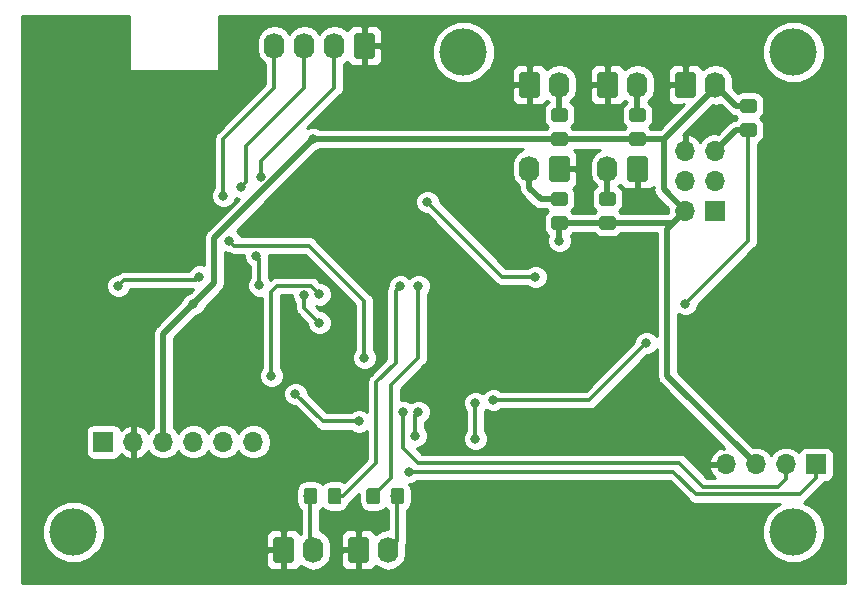
<source format=gbl>
%TF.GenerationSoftware,KiCad,Pcbnew,5.0.1*%
%TF.CreationDate,2019-02-04T17:12:45-06:00*%
%TF.ProjectId,RDP-Environmental,5244502D456E7669726F6E6D656E7461,01*%
%TF.SameCoordinates,Original*%
%TF.FileFunction,Copper,L2,Bot,Signal*%
%TF.FilePolarity,Positive*%
%FSLAX46Y46*%
G04 Gerber Fmt 4.6, Leading zero omitted, Abs format (unit mm)*
G04 Created by KiCad (PCBNEW 5.0.1) date Mon 04 Feb 2019 05:12:45 PM CST*
%MOMM*%
%LPD*%
G01*
G04 APERTURE LIST*
%ADD10R,1.700000X1.700000*%
%ADD11O,1.700000X1.700000*%
%ADD12O,1.740000X2.200000*%
%ADD13C,0.100000*%
%ADD14C,1.740000*%
%ADD15C,1.150000*%
%ADD16C,4.000000*%
%ADD17C,0.800000*%
%ADD18C,0.300000*%
%ADD19C,0.500000*%
%ADD20C,0.254000*%
G04 APERTURE END LIST*
D10*
X30480000Y-58420000D03*
D11*
X33020000Y-58420000D03*
X35560000Y-58420000D03*
X38100000Y-58420000D03*
X40640000Y-58420000D03*
X43180000Y-58420000D03*
D10*
X90805000Y-60325000D03*
D11*
X88265000Y-60325000D03*
X85725000Y-60325000D03*
X83185000Y-60325000D03*
D12*
X69088000Y-28194000D03*
D13*
G36*
X67192505Y-27095204D02*
X67216773Y-27098804D01*
X67240572Y-27104765D01*
X67263671Y-27113030D01*
X67285850Y-27123520D01*
X67306893Y-27136132D01*
X67326599Y-27150747D01*
X67344777Y-27167223D01*
X67361253Y-27185401D01*
X67375868Y-27205107D01*
X67388480Y-27226150D01*
X67398970Y-27248329D01*
X67407235Y-27271428D01*
X67413196Y-27295227D01*
X67416796Y-27319495D01*
X67418000Y-27343999D01*
X67418000Y-29044001D01*
X67416796Y-29068505D01*
X67413196Y-29092773D01*
X67407235Y-29116572D01*
X67398970Y-29139671D01*
X67388480Y-29161850D01*
X67375868Y-29182893D01*
X67361253Y-29202599D01*
X67344777Y-29220777D01*
X67326599Y-29237253D01*
X67306893Y-29251868D01*
X67285850Y-29264480D01*
X67263671Y-29274970D01*
X67240572Y-29283235D01*
X67216773Y-29289196D01*
X67192505Y-29292796D01*
X67168001Y-29294000D01*
X65927999Y-29294000D01*
X65903495Y-29292796D01*
X65879227Y-29289196D01*
X65855428Y-29283235D01*
X65832329Y-29274970D01*
X65810150Y-29264480D01*
X65789107Y-29251868D01*
X65769401Y-29237253D01*
X65751223Y-29220777D01*
X65734747Y-29202599D01*
X65720132Y-29182893D01*
X65707520Y-29161850D01*
X65697030Y-29139671D01*
X65688765Y-29116572D01*
X65682804Y-29092773D01*
X65679204Y-29068505D01*
X65678000Y-29044001D01*
X65678000Y-27343999D01*
X65679204Y-27319495D01*
X65682804Y-27295227D01*
X65688765Y-27271428D01*
X65697030Y-27248329D01*
X65707520Y-27226150D01*
X65720132Y-27205107D01*
X65734747Y-27185401D01*
X65751223Y-27167223D01*
X65769401Y-27150747D01*
X65789107Y-27136132D01*
X65810150Y-27123520D01*
X65832329Y-27113030D01*
X65855428Y-27104765D01*
X65879227Y-27098804D01*
X65903495Y-27095204D01*
X65927999Y-27094000D01*
X67168001Y-27094000D01*
X67192505Y-27095204D01*
X67192505Y-27095204D01*
G37*
D14*
X66548000Y-28194000D03*
D13*
G36*
X73796505Y-27095204D02*
X73820773Y-27098804D01*
X73844572Y-27104765D01*
X73867671Y-27113030D01*
X73889850Y-27123520D01*
X73910893Y-27136132D01*
X73930599Y-27150747D01*
X73948777Y-27167223D01*
X73965253Y-27185401D01*
X73979868Y-27205107D01*
X73992480Y-27226150D01*
X74002970Y-27248329D01*
X74011235Y-27271428D01*
X74017196Y-27295227D01*
X74020796Y-27319495D01*
X74022000Y-27343999D01*
X74022000Y-29044001D01*
X74020796Y-29068505D01*
X74017196Y-29092773D01*
X74011235Y-29116572D01*
X74002970Y-29139671D01*
X73992480Y-29161850D01*
X73979868Y-29182893D01*
X73965253Y-29202599D01*
X73948777Y-29220777D01*
X73930599Y-29237253D01*
X73910893Y-29251868D01*
X73889850Y-29264480D01*
X73867671Y-29274970D01*
X73844572Y-29283235D01*
X73820773Y-29289196D01*
X73796505Y-29292796D01*
X73772001Y-29294000D01*
X72531999Y-29294000D01*
X72507495Y-29292796D01*
X72483227Y-29289196D01*
X72459428Y-29283235D01*
X72436329Y-29274970D01*
X72414150Y-29264480D01*
X72393107Y-29251868D01*
X72373401Y-29237253D01*
X72355223Y-29220777D01*
X72338747Y-29202599D01*
X72324132Y-29182893D01*
X72311520Y-29161850D01*
X72301030Y-29139671D01*
X72292765Y-29116572D01*
X72286804Y-29092773D01*
X72283204Y-29068505D01*
X72282000Y-29044001D01*
X72282000Y-27343999D01*
X72283204Y-27319495D01*
X72286804Y-27295227D01*
X72292765Y-27271428D01*
X72301030Y-27248329D01*
X72311520Y-27226150D01*
X72324132Y-27205107D01*
X72338747Y-27185401D01*
X72355223Y-27167223D01*
X72373401Y-27150747D01*
X72393107Y-27136132D01*
X72414150Y-27123520D01*
X72436329Y-27113030D01*
X72459428Y-27104765D01*
X72483227Y-27098804D01*
X72507495Y-27095204D01*
X72531999Y-27094000D01*
X73772001Y-27094000D01*
X73796505Y-27095204D01*
X73796505Y-27095204D01*
G37*
D14*
X73152000Y-28194000D03*
D12*
X75692000Y-28194000D03*
X66548000Y-35306000D03*
D13*
G36*
X69732505Y-34207204D02*
X69756773Y-34210804D01*
X69780572Y-34216765D01*
X69803671Y-34225030D01*
X69825850Y-34235520D01*
X69846893Y-34248132D01*
X69866599Y-34262747D01*
X69884777Y-34279223D01*
X69901253Y-34297401D01*
X69915868Y-34317107D01*
X69928480Y-34338150D01*
X69938970Y-34360329D01*
X69947235Y-34383428D01*
X69953196Y-34407227D01*
X69956796Y-34431495D01*
X69958000Y-34455999D01*
X69958000Y-36156001D01*
X69956796Y-36180505D01*
X69953196Y-36204773D01*
X69947235Y-36228572D01*
X69938970Y-36251671D01*
X69928480Y-36273850D01*
X69915868Y-36294893D01*
X69901253Y-36314599D01*
X69884777Y-36332777D01*
X69866599Y-36349253D01*
X69846893Y-36363868D01*
X69825850Y-36376480D01*
X69803671Y-36386970D01*
X69780572Y-36395235D01*
X69756773Y-36401196D01*
X69732505Y-36404796D01*
X69708001Y-36406000D01*
X68467999Y-36406000D01*
X68443495Y-36404796D01*
X68419227Y-36401196D01*
X68395428Y-36395235D01*
X68372329Y-36386970D01*
X68350150Y-36376480D01*
X68329107Y-36363868D01*
X68309401Y-36349253D01*
X68291223Y-36332777D01*
X68274747Y-36314599D01*
X68260132Y-36294893D01*
X68247520Y-36273850D01*
X68237030Y-36251671D01*
X68228765Y-36228572D01*
X68222804Y-36204773D01*
X68219204Y-36180505D01*
X68218000Y-36156001D01*
X68218000Y-34455999D01*
X68219204Y-34431495D01*
X68222804Y-34407227D01*
X68228765Y-34383428D01*
X68237030Y-34360329D01*
X68247520Y-34338150D01*
X68260132Y-34317107D01*
X68274747Y-34297401D01*
X68291223Y-34279223D01*
X68309401Y-34262747D01*
X68329107Y-34248132D01*
X68350150Y-34235520D01*
X68372329Y-34225030D01*
X68395428Y-34216765D01*
X68419227Y-34210804D01*
X68443495Y-34207204D01*
X68467999Y-34206000D01*
X69708001Y-34206000D01*
X69732505Y-34207204D01*
X69732505Y-34207204D01*
G37*
D14*
X69088000Y-35306000D03*
D13*
G36*
X76336505Y-34207204D02*
X76360773Y-34210804D01*
X76384572Y-34216765D01*
X76407671Y-34225030D01*
X76429850Y-34235520D01*
X76450893Y-34248132D01*
X76470599Y-34262747D01*
X76488777Y-34279223D01*
X76505253Y-34297401D01*
X76519868Y-34317107D01*
X76532480Y-34338150D01*
X76542970Y-34360329D01*
X76551235Y-34383428D01*
X76557196Y-34407227D01*
X76560796Y-34431495D01*
X76562000Y-34455999D01*
X76562000Y-36156001D01*
X76560796Y-36180505D01*
X76557196Y-36204773D01*
X76551235Y-36228572D01*
X76542970Y-36251671D01*
X76532480Y-36273850D01*
X76519868Y-36294893D01*
X76505253Y-36314599D01*
X76488777Y-36332777D01*
X76470599Y-36349253D01*
X76450893Y-36363868D01*
X76429850Y-36376480D01*
X76407671Y-36386970D01*
X76384572Y-36395235D01*
X76360773Y-36401196D01*
X76336505Y-36404796D01*
X76312001Y-36406000D01*
X75071999Y-36406000D01*
X75047495Y-36404796D01*
X75023227Y-36401196D01*
X74999428Y-36395235D01*
X74976329Y-36386970D01*
X74954150Y-36376480D01*
X74933107Y-36363868D01*
X74913401Y-36349253D01*
X74895223Y-36332777D01*
X74878747Y-36314599D01*
X74864132Y-36294893D01*
X74851520Y-36273850D01*
X74841030Y-36251671D01*
X74832765Y-36228572D01*
X74826804Y-36204773D01*
X74823204Y-36180505D01*
X74822000Y-36156001D01*
X74822000Y-34455999D01*
X74823204Y-34431495D01*
X74826804Y-34407227D01*
X74832765Y-34383428D01*
X74841030Y-34360329D01*
X74851520Y-34338150D01*
X74864132Y-34317107D01*
X74878747Y-34297401D01*
X74895223Y-34279223D01*
X74913401Y-34262747D01*
X74933107Y-34248132D01*
X74954150Y-34235520D01*
X74976329Y-34225030D01*
X74999428Y-34216765D01*
X75023227Y-34210804D01*
X75047495Y-34207204D01*
X75071999Y-34206000D01*
X76312001Y-34206000D01*
X76336505Y-34207204D01*
X76336505Y-34207204D01*
G37*
D14*
X75692000Y-35306000D03*
D12*
X73152000Y-35306000D03*
D13*
G36*
X80400505Y-27095204D02*
X80424773Y-27098804D01*
X80448572Y-27104765D01*
X80471671Y-27113030D01*
X80493850Y-27123520D01*
X80514893Y-27136132D01*
X80534599Y-27150747D01*
X80552777Y-27167223D01*
X80569253Y-27185401D01*
X80583868Y-27205107D01*
X80596480Y-27226150D01*
X80606970Y-27248329D01*
X80615235Y-27271428D01*
X80621196Y-27295227D01*
X80624796Y-27319495D01*
X80626000Y-27343999D01*
X80626000Y-29044001D01*
X80624796Y-29068505D01*
X80621196Y-29092773D01*
X80615235Y-29116572D01*
X80606970Y-29139671D01*
X80596480Y-29161850D01*
X80583868Y-29182893D01*
X80569253Y-29202599D01*
X80552777Y-29220777D01*
X80534599Y-29237253D01*
X80514893Y-29251868D01*
X80493850Y-29264480D01*
X80471671Y-29274970D01*
X80448572Y-29283235D01*
X80424773Y-29289196D01*
X80400505Y-29292796D01*
X80376001Y-29294000D01*
X79135999Y-29294000D01*
X79111495Y-29292796D01*
X79087227Y-29289196D01*
X79063428Y-29283235D01*
X79040329Y-29274970D01*
X79018150Y-29264480D01*
X78997107Y-29251868D01*
X78977401Y-29237253D01*
X78959223Y-29220777D01*
X78942747Y-29202599D01*
X78928132Y-29182893D01*
X78915520Y-29161850D01*
X78905030Y-29139671D01*
X78896765Y-29116572D01*
X78890804Y-29092773D01*
X78887204Y-29068505D01*
X78886000Y-29044001D01*
X78886000Y-27343999D01*
X78887204Y-27319495D01*
X78890804Y-27295227D01*
X78896765Y-27271428D01*
X78905030Y-27248329D01*
X78915520Y-27226150D01*
X78928132Y-27205107D01*
X78942747Y-27185401D01*
X78959223Y-27167223D01*
X78977401Y-27150747D01*
X78997107Y-27136132D01*
X79018150Y-27123520D01*
X79040329Y-27113030D01*
X79063428Y-27104765D01*
X79087227Y-27098804D01*
X79111495Y-27095204D01*
X79135999Y-27094000D01*
X80376001Y-27094000D01*
X80400505Y-27095204D01*
X80400505Y-27095204D01*
G37*
D14*
X79756000Y-28194000D03*
D12*
X82296000Y-28194000D03*
D10*
X82296000Y-38862000D03*
D11*
X79756000Y-38862000D03*
X82296000Y-36322000D03*
X79756000Y-36322000D03*
X82296000Y-33782000D03*
X79756000Y-33782000D03*
D13*
G36*
X69562505Y-30151204D02*
X69586773Y-30154804D01*
X69610572Y-30160765D01*
X69633671Y-30169030D01*
X69655850Y-30179520D01*
X69676893Y-30192132D01*
X69696599Y-30206747D01*
X69714777Y-30223223D01*
X69731253Y-30241401D01*
X69745868Y-30261107D01*
X69758480Y-30282150D01*
X69768970Y-30304329D01*
X69777235Y-30327428D01*
X69783196Y-30351227D01*
X69786796Y-30375495D01*
X69788000Y-30399999D01*
X69788000Y-31050001D01*
X69786796Y-31074505D01*
X69783196Y-31098773D01*
X69777235Y-31122572D01*
X69768970Y-31145671D01*
X69758480Y-31167850D01*
X69745868Y-31188893D01*
X69731253Y-31208599D01*
X69714777Y-31226777D01*
X69696599Y-31243253D01*
X69676893Y-31257868D01*
X69655850Y-31270480D01*
X69633671Y-31280970D01*
X69610572Y-31289235D01*
X69586773Y-31295196D01*
X69562505Y-31298796D01*
X69538001Y-31300000D01*
X68637999Y-31300000D01*
X68613495Y-31298796D01*
X68589227Y-31295196D01*
X68565428Y-31289235D01*
X68542329Y-31280970D01*
X68520150Y-31270480D01*
X68499107Y-31257868D01*
X68479401Y-31243253D01*
X68461223Y-31226777D01*
X68444747Y-31208599D01*
X68430132Y-31188893D01*
X68417520Y-31167850D01*
X68407030Y-31145671D01*
X68398765Y-31122572D01*
X68392804Y-31098773D01*
X68389204Y-31074505D01*
X68388000Y-31050001D01*
X68388000Y-30399999D01*
X68389204Y-30375495D01*
X68392804Y-30351227D01*
X68398765Y-30327428D01*
X68407030Y-30304329D01*
X68417520Y-30282150D01*
X68430132Y-30261107D01*
X68444747Y-30241401D01*
X68461223Y-30223223D01*
X68479401Y-30206747D01*
X68499107Y-30192132D01*
X68520150Y-30179520D01*
X68542329Y-30169030D01*
X68565428Y-30160765D01*
X68589227Y-30154804D01*
X68613495Y-30151204D01*
X68637999Y-30150000D01*
X69538001Y-30150000D01*
X69562505Y-30151204D01*
X69562505Y-30151204D01*
G37*
D15*
X69088000Y-30725000D03*
D13*
G36*
X69562505Y-32201204D02*
X69586773Y-32204804D01*
X69610572Y-32210765D01*
X69633671Y-32219030D01*
X69655850Y-32229520D01*
X69676893Y-32242132D01*
X69696599Y-32256747D01*
X69714777Y-32273223D01*
X69731253Y-32291401D01*
X69745868Y-32311107D01*
X69758480Y-32332150D01*
X69768970Y-32354329D01*
X69777235Y-32377428D01*
X69783196Y-32401227D01*
X69786796Y-32425495D01*
X69788000Y-32449999D01*
X69788000Y-33100001D01*
X69786796Y-33124505D01*
X69783196Y-33148773D01*
X69777235Y-33172572D01*
X69768970Y-33195671D01*
X69758480Y-33217850D01*
X69745868Y-33238893D01*
X69731253Y-33258599D01*
X69714777Y-33276777D01*
X69696599Y-33293253D01*
X69676893Y-33307868D01*
X69655850Y-33320480D01*
X69633671Y-33330970D01*
X69610572Y-33339235D01*
X69586773Y-33345196D01*
X69562505Y-33348796D01*
X69538001Y-33350000D01*
X68637999Y-33350000D01*
X68613495Y-33348796D01*
X68589227Y-33345196D01*
X68565428Y-33339235D01*
X68542329Y-33330970D01*
X68520150Y-33320480D01*
X68499107Y-33307868D01*
X68479401Y-33293253D01*
X68461223Y-33276777D01*
X68444747Y-33258599D01*
X68430132Y-33238893D01*
X68417520Y-33217850D01*
X68407030Y-33195671D01*
X68398765Y-33172572D01*
X68392804Y-33148773D01*
X68389204Y-33124505D01*
X68388000Y-33100001D01*
X68388000Y-32449999D01*
X68389204Y-32425495D01*
X68392804Y-32401227D01*
X68398765Y-32377428D01*
X68407030Y-32354329D01*
X68417520Y-32332150D01*
X68430132Y-32311107D01*
X68444747Y-32291401D01*
X68461223Y-32273223D01*
X68479401Y-32256747D01*
X68499107Y-32242132D01*
X68520150Y-32229520D01*
X68542329Y-32219030D01*
X68565428Y-32210765D01*
X68589227Y-32204804D01*
X68613495Y-32201204D01*
X68637999Y-32200000D01*
X69538001Y-32200000D01*
X69562505Y-32201204D01*
X69562505Y-32201204D01*
G37*
D15*
X69088000Y-32775000D03*
D13*
G36*
X76166505Y-32210204D02*
X76190773Y-32213804D01*
X76214572Y-32219765D01*
X76237671Y-32228030D01*
X76259850Y-32238520D01*
X76280893Y-32251132D01*
X76300599Y-32265747D01*
X76318777Y-32282223D01*
X76335253Y-32300401D01*
X76349868Y-32320107D01*
X76362480Y-32341150D01*
X76372970Y-32363329D01*
X76381235Y-32386428D01*
X76387196Y-32410227D01*
X76390796Y-32434495D01*
X76392000Y-32458999D01*
X76392000Y-33109001D01*
X76390796Y-33133505D01*
X76387196Y-33157773D01*
X76381235Y-33181572D01*
X76372970Y-33204671D01*
X76362480Y-33226850D01*
X76349868Y-33247893D01*
X76335253Y-33267599D01*
X76318777Y-33285777D01*
X76300599Y-33302253D01*
X76280893Y-33316868D01*
X76259850Y-33329480D01*
X76237671Y-33339970D01*
X76214572Y-33348235D01*
X76190773Y-33354196D01*
X76166505Y-33357796D01*
X76142001Y-33359000D01*
X75241999Y-33359000D01*
X75217495Y-33357796D01*
X75193227Y-33354196D01*
X75169428Y-33348235D01*
X75146329Y-33339970D01*
X75124150Y-33329480D01*
X75103107Y-33316868D01*
X75083401Y-33302253D01*
X75065223Y-33285777D01*
X75048747Y-33267599D01*
X75034132Y-33247893D01*
X75021520Y-33226850D01*
X75011030Y-33204671D01*
X75002765Y-33181572D01*
X74996804Y-33157773D01*
X74993204Y-33133505D01*
X74992000Y-33109001D01*
X74992000Y-32458999D01*
X74993204Y-32434495D01*
X74996804Y-32410227D01*
X75002765Y-32386428D01*
X75011030Y-32363329D01*
X75021520Y-32341150D01*
X75034132Y-32320107D01*
X75048747Y-32300401D01*
X75065223Y-32282223D01*
X75083401Y-32265747D01*
X75103107Y-32251132D01*
X75124150Y-32238520D01*
X75146329Y-32228030D01*
X75169428Y-32219765D01*
X75193227Y-32213804D01*
X75217495Y-32210204D01*
X75241999Y-32209000D01*
X76142001Y-32209000D01*
X76166505Y-32210204D01*
X76166505Y-32210204D01*
G37*
D15*
X75692000Y-32784000D03*
D13*
G36*
X76166910Y-30160202D02*
X76191135Y-30163795D01*
X76214891Y-30169746D01*
X76237949Y-30177996D01*
X76260087Y-30188467D01*
X76281093Y-30201057D01*
X76300763Y-30215645D01*
X76318908Y-30232092D01*
X76335355Y-30250237D01*
X76349943Y-30269907D01*
X76362533Y-30290913D01*
X76373004Y-30313051D01*
X76381254Y-30336109D01*
X76387205Y-30359865D01*
X76390798Y-30384090D01*
X76392000Y-30408550D01*
X76392000Y-31059450D01*
X76390798Y-31083910D01*
X76387205Y-31108135D01*
X76381254Y-31131891D01*
X76373004Y-31154949D01*
X76362533Y-31177087D01*
X76349943Y-31198093D01*
X76335355Y-31217763D01*
X76318908Y-31235908D01*
X76300763Y-31252355D01*
X76281093Y-31266943D01*
X76260087Y-31279533D01*
X76237949Y-31290004D01*
X76214891Y-31298254D01*
X76191135Y-31304205D01*
X76166910Y-31307798D01*
X76142450Y-31309000D01*
X75241550Y-31309000D01*
X75217090Y-31307798D01*
X75192865Y-31304205D01*
X75169109Y-31298254D01*
X75146051Y-31290004D01*
X75123913Y-31279533D01*
X75102907Y-31266943D01*
X75083237Y-31252355D01*
X75065092Y-31235908D01*
X75048645Y-31217763D01*
X75034057Y-31198093D01*
X75021467Y-31177087D01*
X75010996Y-31154949D01*
X75002746Y-31131891D01*
X74996795Y-31108135D01*
X74993202Y-31083910D01*
X74992000Y-31059450D01*
X74992000Y-30408550D01*
X74993202Y-30384090D01*
X74996795Y-30359865D01*
X75002746Y-30336109D01*
X75010996Y-30313051D01*
X75021467Y-30290913D01*
X75034057Y-30269907D01*
X75048645Y-30250237D01*
X75065092Y-30232092D01*
X75083237Y-30215645D01*
X75102907Y-30201057D01*
X75123913Y-30188467D01*
X75146051Y-30177996D01*
X75169109Y-30169746D01*
X75192865Y-30163795D01*
X75217090Y-30160202D01*
X75241550Y-30159000D01*
X76142450Y-30159000D01*
X76166910Y-30160202D01*
X76166910Y-30160202D01*
G37*
D15*
X75692000Y-30734000D03*
D13*
G36*
X69562505Y-37272204D02*
X69586773Y-37275804D01*
X69610572Y-37281765D01*
X69633671Y-37290030D01*
X69655850Y-37300520D01*
X69676893Y-37313132D01*
X69696599Y-37327747D01*
X69714777Y-37344223D01*
X69731253Y-37362401D01*
X69745868Y-37382107D01*
X69758480Y-37403150D01*
X69768970Y-37425329D01*
X69777235Y-37448428D01*
X69783196Y-37472227D01*
X69786796Y-37496495D01*
X69788000Y-37520999D01*
X69788000Y-38171001D01*
X69786796Y-38195505D01*
X69783196Y-38219773D01*
X69777235Y-38243572D01*
X69768970Y-38266671D01*
X69758480Y-38288850D01*
X69745868Y-38309893D01*
X69731253Y-38329599D01*
X69714777Y-38347777D01*
X69696599Y-38364253D01*
X69676893Y-38378868D01*
X69655850Y-38391480D01*
X69633671Y-38401970D01*
X69610572Y-38410235D01*
X69586773Y-38416196D01*
X69562505Y-38419796D01*
X69538001Y-38421000D01*
X68637999Y-38421000D01*
X68613495Y-38419796D01*
X68589227Y-38416196D01*
X68565428Y-38410235D01*
X68542329Y-38401970D01*
X68520150Y-38391480D01*
X68499107Y-38378868D01*
X68479401Y-38364253D01*
X68461223Y-38347777D01*
X68444747Y-38329599D01*
X68430132Y-38309893D01*
X68417520Y-38288850D01*
X68407030Y-38266671D01*
X68398765Y-38243572D01*
X68392804Y-38219773D01*
X68389204Y-38195505D01*
X68388000Y-38171001D01*
X68388000Y-37520999D01*
X68389204Y-37496495D01*
X68392804Y-37472227D01*
X68398765Y-37448428D01*
X68407030Y-37425329D01*
X68417520Y-37403150D01*
X68430132Y-37382107D01*
X68444747Y-37362401D01*
X68461223Y-37344223D01*
X68479401Y-37327747D01*
X68499107Y-37313132D01*
X68520150Y-37300520D01*
X68542329Y-37290030D01*
X68565428Y-37281765D01*
X68589227Y-37275804D01*
X68613495Y-37272204D01*
X68637999Y-37271000D01*
X69538001Y-37271000D01*
X69562505Y-37272204D01*
X69562505Y-37272204D01*
G37*
D15*
X69088000Y-37846000D03*
D13*
G36*
X69562505Y-39322204D02*
X69586773Y-39325804D01*
X69610572Y-39331765D01*
X69633671Y-39340030D01*
X69655850Y-39350520D01*
X69676893Y-39363132D01*
X69696599Y-39377747D01*
X69714777Y-39394223D01*
X69731253Y-39412401D01*
X69745868Y-39432107D01*
X69758480Y-39453150D01*
X69768970Y-39475329D01*
X69777235Y-39498428D01*
X69783196Y-39522227D01*
X69786796Y-39546495D01*
X69788000Y-39570999D01*
X69788000Y-40221001D01*
X69786796Y-40245505D01*
X69783196Y-40269773D01*
X69777235Y-40293572D01*
X69768970Y-40316671D01*
X69758480Y-40338850D01*
X69745868Y-40359893D01*
X69731253Y-40379599D01*
X69714777Y-40397777D01*
X69696599Y-40414253D01*
X69676893Y-40428868D01*
X69655850Y-40441480D01*
X69633671Y-40451970D01*
X69610572Y-40460235D01*
X69586773Y-40466196D01*
X69562505Y-40469796D01*
X69538001Y-40471000D01*
X68637999Y-40471000D01*
X68613495Y-40469796D01*
X68589227Y-40466196D01*
X68565428Y-40460235D01*
X68542329Y-40451970D01*
X68520150Y-40441480D01*
X68499107Y-40428868D01*
X68479401Y-40414253D01*
X68461223Y-40397777D01*
X68444747Y-40379599D01*
X68430132Y-40359893D01*
X68417520Y-40338850D01*
X68407030Y-40316671D01*
X68398765Y-40293572D01*
X68392804Y-40269773D01*
X68389204Y-40245505D01*
X68388000Y-40221001D01*
X68388000Y-39570999D01*
X68389204Y-39546495D01*
X68392804Y-39522227D01*
X68398765Y-39498428D01*
X68407030Y-39475329D01*
X68417520Y-39453150D01*
X68430132Y-39432107D01*
X68444747Y-39412401D01*
X68461223Y-39394223D01*
X68479401Y-39377747D01*
X68499107Y-39363132D01*
X68520150Y-39350520D01*
X68542329Y-39340030D01*
X68565428Y-39331765D01*
X68589227Y-39325804D01*
X68613495Y-39322204D01*
X68637999Y-39321000D01*
X69538001Y-39321000D01*
X69562505Y-39322204D01*
X69562505Y-39322204D01*
G37*
D15*
X69088000Y-39896000D03*
D13*
G36*
X73626505Y-39313204D02*
X73650773Y-39316804D01*
X73674572Y-39322765D01*
X73697671Y-39331030D01*
X73719850Y-39341520D01*
X73740893Y-39354132D01*
X73760599Y-39368747D01*
X73778777Y-39385223D01*
X73795253Y-39403401D01*
X73809868Y-39423107D01*
X73822480Y-39444150D01*
X73832970Y-39466329D01*
X73841235Y-39489428D01*
X73847196Y-39513227D01*
X73850796Y-39537495D01*
X73852000Y-39561999D01*
X73852000Y-40212001D01*
X73850796Y-40236505D01*
X73847196Y-40260773D01*
X73841235Y-40284572D01*
X73832970Y-40307671D01*
X73822480Y-40329850D01*
X73809868Y-40350893D01*
X73795253Y-40370599D01*
X73778777Y-40388777D01*
X73760599Y-40405253D01*
X73740893Y-40419868D01*
X73719850Y-40432480D01*
X73697671Y-40442970D01*
X73674572Y-40451235D01*
X73650773Y-40457196D01*
X73626505Y-40460796D01*
X73602001Y-40462000D01*
X72701999Y-40462000D01*
X72677495Y-40460796D01*
X72653227Y-40457196D01*
X72629428Y-40451235D01*
X72606329Y-40442970D01*
X72584150Y-40432480D01*
X72563107Y-40419868D01*
X72543401Y-40405253D01*
X72525223Y-40388777D01*
X72508747Y-40370599D01*
X72494132Y-40350893D01*
X72481520Y-40329850D01*
X72471030Y-40307671D01*
X72462765Y-40284572D01*
X72456804Y-40260773D01*
X72453204Y-40236505D01*
X72452000Y-40212001D01*
X72452000Y-39561999D01*
X72453204Y-39537495D01*
X72456804Y-39513227D01*
X72462765Y-39489428D01*
X72471030Y-39466329D01*
X72481520Y-39444150D01*
X72494132Y-39423107D01*
X72508747Y-39403401D01*
X72525223Y-39385223D01*
X72543401Y-39368747D01*
X72563107Y-39354132D01*
X72584150Y-39341520D01*
X72606329Y-39331030D01*
X72629428Y-39322765D01*
X72653227Y-39316804D01*
X72677495Y-39313204D01*
X72701999Y-39312000D01*
X73602001Y-39312000D01*
X73626505Y-39313204D01*
X73626505Y-39313204D01*
G37*
D15*
X73152000Y-39887000D03*
D13*
G36*
X73626505Y-37263204D02*
X73650773Y-37266804D01*
X73674572Y-37272765D01*
X73697671Y-37281030D01*
X73719850Y-37291520D01*
X73740893Y-37304132D01*
X73760599Y-37318747D01*
X73778777Y-37335223D01*
X73795253Y-37353401D01*
X73809868Y-37373107D01*
X73822480Y-37394150D01*
X73832970Y-37416329D01*
X73841235Y-37439428D01*
X73847196Y-37463227D01*
X73850796Y-37487495D01*
X73852000Y-37511999D01*
X73852000Y-38162001D01*
X73850796Y-38186505D01*
X73847196Y-38210773D01*
X73841235Y-38234572D01*
X73832970Y-38257671D01*
X73822480Y-38279850D01*
X73809868Y-38300893D01*
X73795253Y-38320599D01*
X73778777Y-38338777D01*
X73760599Y-38355253D01*
X73740893Y-38369868D01*
X73719850Y-38382480D01*
X73697671Y-38392970D01*
X73674572Y-38401235D01*
X73650773Y-38407196D01*
X73626505Y-38410796D01*
X73602001Y-38412000D01*
X72701999Y-38412000D01*
X72677495Y-38410796D01*
X72653227Y-38407196D01*
X72629428Y-38401235D01*
X72606329Y-38392970D01*
X72584150Y-38382480D01*
X72563107Y-38369868D01*
X72543401Y-38355253D01*
X72525223Y-38338777D01*
X72508747Y-38320599D01*
X72494132Y-38300893D01*
X72481520Y-38279850D01*
X72471030Y-38257671D01*
X72462765Y-38234572D01*
X72456804Y-38210773D01*
X72453204Y-38186505D01*
X72452000Y-38162001D01*
X72452000Y-37511999D01*
X72453204Y-37487495D01*
X72456804Y-37463227D01*
X72462765Y-37439428D01*
X72471030Y-37416329D01*
X72481520Y-37394150D01*
X72494132Y-37373107D01*
X72508747Y-37353401D01*
X72525223Y-37335223D01*
X72543401Y-37318747D01*
X72563107Y-37304132D01*
X72584150Y-37291520D01*
X72606329Y-37281030D01*
X72629428Y-37272765D01*
X72653227Y-37266804D01*
X72677495Y-37263204D01*
X72701999Y-37262000D01*
X73602001Y-37262000D01*
X73626505Y-37263204D01*
X73626505Y-37263204D01*
G37*
D15*
X73152000Y-37837000D03*
D13*
G36*
X85564505Y-31439204D02*
X85588773Y-31442804D01*
X85612572Y-31448765D01*
X85635671Y-31457030D01*
X85657850Y-31467520D01*
X85678893Y-31480132D01*
X85698599Y-31494747D01*
X85716777Y-31511223D01*
X85733253Y-31529401D01*
X85747868Y-31549107D01*
X85760480Y-31570150D01*
X85770970Y-31592329D01*
X85779235Y-31615428D01*
X85785196Y-31639227D01*
X85788796Y-31663495D01*
X85790000Y-31687999D01*
X85790000Y-32338001D01*
X85788796Y-32362505D01*
X85785196Y-32386773D01*
X85779235Y-32410572D01*
X85770970Y-32433671D01*
X85760480Y-32455850D01*
X85747868Y-32476893D01*
X85733253Y-32496599D01*
X85716777Y-32514777D01*
X85698599Y-32531253D01*
X85678893Y-32545868D01*
X85657850Y-32558480D01*
X85635671Y-32568970D01*
X85612572Y-32577235D01*
X85588773Y-32583196D01*
X85564505Y-32586796D01*
X85540001Y-32588000D01*
X84639999Y-32588000D01*
X84615495Y-32586796D01*
X84591227Y-32583196D01*
X84567428Y-32577235D01*
X84544329Y-32568970D01*
X84522150Y-32558480D01*
X84501107Y-32545868D01*
X84481401Y-32531253D01*
X84463223Y-32514777D01*
X84446747Y-32496599D01*
X84432132Y-32476893D01*
X84419520Y-32455850D01*
X84409030Y-32433671D01*
X84400765Y-32410572D01*
X84394804Y-32386773D01*
X84391204Y-32362505D01*
X84390000Y-32338001D01*
X84390000Y-31687999D01*
X84391204Y-31663495D01*
X84394804Y-31639227D01*
X84400765Y-31615428D01*
X84409030Y-31592329D01*
X84419520Y-31570150D01*
X84432132Y-31549107D01*
X84446747Y-31529401D01*
X84463223Y-31511223D01*
X84481401Y-31494747D01*
X84501107Y-31480132D01*
X84522150Y-31467520D01*
X84544329Y-31457030D01*
X84567428Y-31448765D01*
X84591227Y-31442804D01*
X84615495Y-31439204D01*
X84639999Y-31438000D01*
X85540001Y-31438000D01*
X85564505Y-31439204D01*
X85564505Y-31439204D01*
G37*
D15*
X85090000Y-32013000D03*
D13*
G36*
X85564505Y-29389204D02*
X85588773Y-29392804D01*
X85612572Y-29398765D01*
X85635671Y-29407030D01*
X85657850Y-29417520D01*
X85678893Y-29430132D01*
X85698599Y-29444747D01*
X85716777Y-29461223D01*
X85733253Y-29479401D01*
X85747868Y-29499107D01*
X85760480Y-29520150D01*
X85770970Y-29542329D01*
X85779235Y-29565428D01*
X85785196Y-29589227D01*
X85788796Y-29613495D01*
X85790000Y-29637999D01*
X85790000Y-30288001D01*
X85788796Y-30312505D01*
X85785196Y-30336773D01*
X85779235Y-30360572D01*
X85770970Y-30383671D01*
X85760480Y-30405850D01*
X85747868Y-30426893D01*
X85733253Y-30446599D01*
X85716777Y-30464777D01*
X85698599Y-30481253D01*
X85678893Y-30495868D01*
X85657850Y-30508480D01*
X85635671Y-30518970D01*
X85612572Y-30527235D01*
X85588773Y-30533196D01*
X85564505Y-30536796D01*
X85540001Y-30538000D01*
X84639999Y-30538000D01*
X84615495Y-30536796D01*
X84591227Y-30533196D01*
X84567428Y-30527235D01*
X84544329Y-30518970D01*
X84522150Y-30508480D01*
X84501107Y-30495868D01*
X84481401Y-30481253D01*
X84463223Y-30464777D01*
X84446747Y-30446599D01*
X84432132Y-30426893D01*
X84419520Y-30405850D01*
X84409030Y-30383671D01*
X84400765Y-30360572D01*
X84394804Y-30336773D01*
X84391204Y-30312505D01*
X84390000Y-30288001D01*
X84390000Y-29637999D01*
X84391204Y-29613495D01*
X84394804Y-29589227D01*
X84400765Y-29565428D01*
X84409030Y-29542329D01*
X84419520Y-29520150D01*
X84432132Y-29499107D01*
X84446747Y-29479401D01*
X84463223Y-29461223D01*
X84481401Y-29444747D01*
X84501107Y-29430132D01*
X84522150Y-29417520D01*
X84544329Y-29407030D01*
X84567428Y-29398765D01*
X84591227Y-29392804D01*
X84615495Y-29389204D01*
X84639999Y-29388000D01*
X85540001Y-29388000D01*
X85564505Y-29389204D01*
X85564505Y-29389204D01*
G37*
D15*
X85090000Y-29963000D03*
D13*
G36*
X53222505Y-23793204D02*
X53246773Y-23796804D01*
X53270572Y-23802765D01*
X53293671Y-23811030D01*
X53315850Y-23821520D01*
X53336893Y-23834132D01*
X53356599Y-23848747D01*
X53374777Y-23865223D01*
X53391253Y-23883401D01*
X53405868Y-23903107D01*
X53418480Y-23924150D01*
X53428970Y-23946329D01*
X53437235Y-23969428D01*
X53443196Y-23993227D01*
X53446796Y-24017495D01*
X53448000Y-24041999D01*
X53448000Y-25742001D01*
X53446796Y-25766505D01*
X53443196Y-25790773D01*
X53437235Y-25814572D01*
X53428970Y-25837671D01*
X53418480Y-25859850D01*
X53405868Y-25880893D01*
X53391253Y-25900599D01*
X53374777Y-25918777D01*
X53356599Y-25935253D01*
X53336893Y-25949868D01*
X53315850Y-25962480D01*
X53293671Y-25972970D01*
X53270572Y-25981235D01*
X53246773Y-25987196D01*
X53222505Y-25990796D01*
X53198001Y-25992000D01*
X51957999Y-25992000D01*
X51933495Y-25990796D01*
X51909227Y-25987196D01*
X51885428Y-25981235D01*
X51862329Y-25972970D01*
X51840150Y-25962480D01*
X51819107Y-25949868D01*
X51799401Y-25935253D01*
X51781223Y-25918777D01*
X51764747Y-25900599D01*
X51750132Y-25880893D01*
X51737520Y-25859850D01*
X51727030Y-25837671D01*
X51718765Y-25814572D01*
X51712804Y-25790773D01*
X51709204Y-25766505D01*
X51708000Y-25742001D01*
X51708000Y-24041999D01*
X51709204Y-24017495D01*
X51712804Y-23993227D01*
X51718765Y-23969428D01*
X51727030Y-23946329D01*
X51737520Y-23924150D01*
X51750132Y-23903107D01*
X51764747Y-23883401D01*
X51781223Y-23865223D01*
X51799401Y-23848747D01*
X51819107Y-23834132D01*
X51840150Y-23821520D01*
X51862329Y-23811030D01*
X51885428Y-23802765D01*
X51909227Y-23796804D01*
X51933495Y-23793204D01*
X51957999Y-23792000D01*
X53198001Y-23792000D01*
X53222505Y-23793204D01*
X53222505Y-23793204D01*
G37*
D14*
X52578000Y-24892000D03*
D12*
X50038000Y-24892000D03*
X47498000Y-24892000D03*
X44958000Y-24892000D03*
X54610000Y-67564000D03*
D13*
G36*
X52714505Y-66465204D02*
X52738773Y-66468804D01*
X52762572Y-66474765D01*
X52785671Y-66483030D01*
X52807850Y-66493520D01*
X52828893Y-66506132D01*
X52848599Y-66520747D01*
X52866777Y-66537223D01*
X52883253Y-66555401D01*
X52897868Y-66575107D01*
X52910480Y-66596150D01*
X52920970Y-66618329D01*
X52929235Y-66641428D01*
X52935196Y-66665227D01*
X52938796Y-66689495D01*
X52940000Y-66713999D01*
X52940000Y-68414001D01*
X52938796Y-68438505D01*
X52935196Y-68462773D01*
X52929235Y-68486572D01*
X52920970Y-68509671D01*
X52910480Y-68531850D01*
X52897868Y-68552893D01*
X52883253Y-68572599D01*
X52866777Y-68590777D01*
X52848599Y-68607253D01*
X52828893Y-68621868D01*
X52807850Y-68634480D01*
X52785671Y-68644970D01*
X52762572Y-68653235D01*
X52738773Y-68659196D01*
X52714505Y-68662796D01*
X52690001Y-68664000D01*
X51449999Y-68664000D01*
X51425495Y-68662796D01*
X51401227Y-68659196D01*
X51377428Y-68653235D01*
X51354329Y-68644970D01*
X51332150Y-68634480D01*
X51311107Y-68621868D01*
X51291401Y-68607253D01*
X51273223Y-68590777D01*
X51256747Y-68572599D01*
X51242132Y-68552893D01*
X51229520Y-68531850D01*
X51219030Y-68509671D01*
X51210765Y-68486572D01*
X51204804Y-68462773D01*
X51201204Y-68438505D01*
X51200000Y-68414001D01*
X51200000Y-66713999D01*
X51201204Y-66689495D01*
X51204804Y-66665227D01*
X51210765Y-66641428D01*
X51219030Y-66618329D01*
X51229520Y-66596150D01*
X51242132Y-66575107D01*
X51256747Y-66555401D01*
X51273223Y-66537223D01*
X51291401Y-66520747D01*
X51311107Y-66506132D01*
X51332150Y-66493520D01*
X51354329Y-66483030D01*
X51377428Y-66474765D01*
X51401227Y-66468804D01*
X51425495Y-66465204D01*
X51449999Y-66464000D01*
X52690001Y-66464000D01*
X52714505Y-66465204D01*
X52714505Y-66465204D01*
G37*
D14*
X52070000Y-67564000D03*
D13*
G36*
X46364505Y-66465204D02*
X46388773Y-66468804D01*
X46412572Y-66474765D01*
X46435671Y-66483030D01*
X46457850Y-66493520D01*
X46478893Y-66506132D01*
X46498599Y-66520747D01*
X46516777Y-66537223D01*
X46533253Y-66555401D01*
X46547868Y-66575107D01*
X46560480Y-66596150D01*
X46570970Y-66618329D01*
X46579235Y-66641428D01*
X46585196Y-66665227D01*
X46588796Y-66689495D01*
X46590000Y-66713999D01*
X46590000Y-68414001D01*
X46588796Y-68438505D01*
X46585196Y-68462773D01*
X46579235Y-68486572D01*
X46570970Y-68509671D01*
X46560480Y-68531850D01*
X46547868Y-68552893D01*
X46533253Y-68572599D01*
X46516777Y-68590777D01*
X46498599Y-68607253D01*
X46478893Y-68621868D01*
X46457850Y-68634480D01*
X46435671Y-68644970D01*
X46412572Y-68653235D01*
X46388773Y-68659196D01*
X46364505Y-68662796D01*
X46340001Y-68664000D01*
X45099999Y-68664000D01*
X45075495Y-68662796D01*
X45051227Y-68659196D01*
X45027428Y-68653235D01*
X45004329Y-68644970D01*
X44982150Y-68634480D01*
X44961107Y-68621868D01*
X44941401Y-68607253D01*
X44923223Y-68590777D01*
X44906747Y-68572599D01*
X44892132Y-68552893D01*
X44879520Y-68531850D01*
X44869030Y-68509671D01*
X44860765Y-68486572D01*
X44854804Y-68462773D01*
X44851204Y-68438505D01*
X44850000Y-68414001D01*
X44850000Y-66713999D01*
X44851204Y-66689495D01*
X44854804Y-66665227D01*
X44860765Y-66641428D01*
X44869030Y-66618329D01*
X44879520Y-66596150D01*
X44892132Y-66575107D01*
X44906747Y-66555401D01*
X44923223Y-66537223D01*
X44941401Y-66520747D01*
X44961107Y-66506132D01*
X44982150Y-66493520D01*
X45004329Y-66483030D01*
X45027428Y-66474765D01*
X45051227Y-66468804D01*
X45075495Y-66465204D01*
X45099999Y-66464000D01*
X46340001Y-66464000D01*
X46364505Y-66465204D01*
X46364505Y-66465204D01*
G37*
D14*
X45720000Y-67564000D03*
D12*
X48260000Y-67564000D03*
D13*
G36*
X53671505Y-62293204D02*
X53695773Y-62296804D01*
X53719572Y-62302765D01*
X53742671Y-62311030D01*
X53764850Y-62321520D01*
X53785893Y-62334132D01*
X53805599Y-62348747D01*
X53823777Y-62365223D01*
X53840253Y-62383401D01*
X53854868Y-62403107D01*
X53867480Y-62424150D01*
X53877970Y-62446329D01*
X53886235Y-62469428D01*
X53892196Y-62493227D01*
X53895796Y-62517495D01*
X53897000Y-62541999D01*
X53897000Y-63442001D01*
X53895796Y-63466505D01*
X53892196Y-63490773D01*
X53886235Y-63514572D01*
X53877970Y-63537671D01*
X53867480Y-63559850D01*
X53854868Y-63580893D01*
X53840253Y-63600599D01*
X53823777Y-63618777D01*
X53805599Y-63635253D01*
X53785893Y-63649868D01*
X53764850Y-63662480D01*
X53742671Y-63672970D01*
X53719572Y-63681235D01*
X53695773Y-63687196D01*
X53671505Y-63690796D01*
X53647001Y-63692000D01*
X52996999Y-63692000D01*
X52972495Y-63690796D01*
X52948227Y-63687196D01*
X52924428Y-63681235D01*
X52901329Y-63672970D01*
X52879150Y-63662480D01*
X52858107Y-63649868D01*
X52838401Y-63635253D01*
X52820223Y-63618777D01*
X52803747Y-63600599D01*
X52789132Y-63580893D01*
X52776520Y-63559850D01*
X52766030Y-63537671D01*
X52757765Y-63514572D01*
X52751804Y-63490773D01*
X52748204Y-63466505D01*
X52747000Y-63442001D01*
X52747000Y-62541999D01*
X52748204Y-62517495D01*
X52751804Y-62493227D01*
X52757765Y-62469428D01*
X52766030Y-62446329D01*
X52776520Y-62424150D01*
X52789132Y-62403107D01*
X52803747Y-62383401D01*
X52820223Y-62365223D01*
X52838401Y-62348747D01*
X52858107Y-62334132D01*
X52879150Y-62321520D01*
X52901329Y-62311030D01*
X52924428Y-62302765D01*
X52948227Y-62296804D01*
X52972495Y-62293204D01*
X52996999Y-62292000D01*
X53647001Y-62292000D01*
X53671505Y-62293204D01*
X53671505Y-62293204D01*
G37*
D15*
X53322000Y-62992000D03*
D13*
G36*
X55721505Y-62293204D02*
X55745773Y-62296804D01*
X55769572Y-62302765D01*
X55792671Y-62311030D01*
X55814850Y-62321520D01*
X55835893Y-62334132D01*
X55855599Y-62348747D01*
X55873777Y-62365223D01*
X55890253Y-62383401D01*
X55904868Y-62403107D01*
X55917480Y-62424150D01*
X55927970Y-62446329D01*
X55936235Y-62469428D01*
X55942196Y-62493227D01*
X55945796Y-62517495D01*
X55947000Y-62541999D01*
X55947000Y-63442001D01*
X55945796Y-63466505D01*
X55942196Y-63490773D01*
X55936235Y-63514572D01*
X55927970Y-63537671D01*
X55917480Y-63559850D01*
X55904868Y-63580893D01*
X55890253Y-63600599D01*
X55873777Y-63618777D01*
X55855599Y-63635253D01*
X55835893Y-63649868D01*
X55814850Y-63662480D01*
X55792671Y-63672970D01*
X55769572Y-63681235D01*
X55745773Y-63687196D01*
X55721505Y-63690796D01*
X55697001Y-63692000D01*
X55046999Y-63692000D01*
X55022495Y-63690796D01*
X54998227Y-63687196D01*
X54974428Y-63681235D01*
X54951329Y-63672970D01*
X54929150Y-63662480D01*
X54908107Y-63649868D01*
X54888401Y-63635253D01*
X54870223Y-63618777D01*
X54853747Y-63600599D01*
X54839132Y-63580893D01*
X54826520Y-63559850D01*
X54816030Y-63537671D01*
X54807765Y-63514572D01*
X54801804Y-63490773D01*
X54798204Y-63466505D01*
X54797000Y-63442001D01*
X54797000Y-62541999D01*
X54798204Y-62517495D01*
X54801804Y-62493227D01*
X54807765Y-62469428D01*
X54816030Y-62446329D01*
X54826520Y-62424150D01*
X54839132Y-62403107D01*
X54853747Y-62383401D01*
X54870223Y-62365223D01*
X54888401Y-62348747D01*
X54908107Y-62334132D01*
X54929150Y-62321520D01*
X54951329Y-62311030D01*
X54974428Y-62302765D01*
X54998227Y-62296804D01*
X55022495Y-62293204D01*
X55046999Y-62292000D01*
X55697001Y-62292000D01*
X55721505Y-62293204D01*
X55721505Y-62293204D01*
G37*
D15*
X55372000Y-62992000D03*
D13*
G36*
X50405505Y-62293204D02*
X50429773Y-62296804D01*
X50453572Y-62302765D01*
X50476671Y-62311030D01*
X50498850Y-62321520D01*
X50519893Y-62334132D01*
X50539599Y-62348747D01*
X50557777Y-62365223D01*
X50574253Y-62383401D01*
X50588868Y-62403107D01*
X50601480Y-62424150D01*
X50611970Y-62446329D01*
X50620235Y-62469428D01*
X50626196Y-62493227D01*
X50629796Y-62517495D01*
X50631000Y-62541999D01*
X50631000Y-63442001D01*
X50629796Y-63466505D01*
X50626196Y-63490773D01*
X50620235Y-63514572D01*
X50611970Y-63537671D01*
X50601480Y-63559850D01*
X50588868Y-63580893D01*
X50574253Y-63600599D01*
X50557777Y-63618777D01*
X50539599Y-63635253D01*
X50519893Y-63649868D01*
X50498850Y-63662480D01*
X50476671Y-63672970D01*
X50453572Y-63681235D01*
X50429773Y-63687196D01*
X50405505Y-63690796D01*
X50381001Y-63692000D01*
X49730999Y-63692000D01*
X49706495Y-63690796D01*
X49682227Y-63687196D01*
X49658428Y-63681235D01*
X49635329Y-63672970D01*
X49613150Y-63662480D01*
X49592107Y-63649868D01*
X49572401Y-63635253D01*
X49554223Y-63618777D01*
X49537747Y-63600599D01*
X49523132Y-63580893D01*
X49510520Y-63559850D01*
X49500030Y-63537671D01*
X49491765Y-63514572D01*
X49485804Y-63490773D01*
X49482204Y-63466505D01*
X49481000Y-63442001D01*
X49481000Y-62541999D01*
X49482204Y-62517495D01*
X49485804Y-62493227D01*
X49491765Y-62469428D01*
X49500030Y-62446329D01*
X49510520Y-62424150D01*
X49523132Y-62403107D01*
X49537747Y-62383401D01*
X49554223Y-62365223D01*
X49572401Y-62348747D01*
X49592107Y-62334132D01*
X49613150Y-62321520D01*
X49635329Y-62311030D01*
X49658428Y-62302765D01*
X49682227Y-62296804D01*
X49706495Y-62293204D01*
X49730999Y-62292000D01*
X50381001Y-62292000D01*
X50405505Y-62293204D01*
X50405505Y-62293204D01*
G37*
D15*
X50056000Y-62992000D03*
D13*
G36*
X48355505Y-62293204D02*
X48379773Y-62296804D01*
X48403572Y-62302765D01*
X48426671Y-62311030D01*
X48448850Y-62321520D01*
X48469893Y-62334132D01*
X48489599Y-62348747D01*
X48507777Y-62365223D01*
X48524253Y-62383401D01*
X48538868Y-62403107D01*
X48551480Y-62424150D01*
X48561970Y-62446329D01*
X48570235Y-62469428D01*
X48576196Y-62493227D01*
X48579796Y-62517495D01*
X48581000Y-62541999D01*
X48581000Y-63442001D01*
X48579796Y-63466505D01*
X48576196Y-63490773D01*
X48570235Y-63514572D01*
X48561970Y-63537671D01*
X48551480Y-63559850D01*
X48538868Y-63580893D01*
X48524253Y-63600599D01*
X48507777Y-63618777D01*
X48489599Y-63635253D01*
X48469893Y-63649868D01*
X48448850Y-63662480D01*
X48426671Y-63672970D01*
X48403572Y-63681235D01*
X48379773Y-63687196D01*
X48355505Y-63690796D01*
X48331001Y-63692000D01*
X47680999Y-63692000D01*
X47656495Y-63690796D01*
X47632227Y-63687196D01*
X47608428Y-63681235D01*
X47585329Y-63672970D01*
X47563150Y-63662480D01*
X47542107Y-63649868D01*
X47522401Y-63635253D01*
X47504223Y-63618777D01*
X47487747Y-63600599D01*
X47473132Y-63580893D01*
X47460520Y-63559850D01*
X47450030Y-63537671D01*
X47441765Y-63514572D01*
X47435804Y-63490773D01*
X47432204Y-63466505D01*
X47431000Y-63442001D01*
X47431000Y-62541999D01*
X47432204Y-62517495D01*
X47435804Y-62493227D01*
X47441765Y-62469428D01*
X47450030Y-62446329D01*
X47460520Y-62424150D01*
X47473132Y-62403107D01*
X47487747Y-62383401D01*
X47504223Y-62365223D01*
X47522401Y-62348747D01*
X47542107Y-62334132D01*
X47563150Y-62321520D01*
X47585329Y-62311030D01*
X47608428Y-62302765D01*
X47632227Y-62296804D01*
X47656495Y-62293204D01*
X47680999Y-62292000D01*
X48331001Y-62292000D01*
X48355505Y-62293204D01*
X48355505Y-62293204D01*
G37*
D15*
X48006000Y-62992000D03*
D16*
X27940000Y-66040000D03*
X60960000Y-25400000D03*
X88900000Y-25400000D03*
X88900000Y-66040000D03*
D17*
X41656000Y-43434000D03*
X59436000Y-49174000D03*
X46736000Y-54356000D03*
X67056000Y-44450000D03*
X57912000Y-38100000D03*
X52115041Y-56687041D03*
X38100000Y-46736000D03*
X69088000Y-41402000D03*
X48251000Y-32775000D03*
X31750000Y-45212000D03*
X38608000Y-44424000D03*
X43848959Y-35974959D03*
X42164000Y-36830000D03*
X43688000Y-45174000D03*
X43434000Y-42672000D03*
X52578000Y-51308000D03*
X41148000Y-41402000D03*
X40640000Y-37592000D03*
X56388000Y-60960000D03*
X56896000Y-57912000D03*
X57150000Y-55880000D03*
X55880000Y-55880000D03*
X61976000Y-58166000D03*
X61976000Y-55118000D03*
X79756000Y-46736000D03*
X76454000Y-50038000D03*
X63500000Y-54864000D03*
X47498000Y-45974000D03*
X48768000Y-48324000D03*
X44704000Y-52832000D03*
X48768000Y-45924000D03*
X57150000Y-45212000D03*
X55626000Y-45212000D03*
D18*
X67056000Y-44450000D02*
X64262000Y-44450000D01*
X64262000Y-44450000D02*
X57912000Y-38100000D01*
X49067041Y-56687041D02*
X52115041Y-56687041D01*
X46736000Y-54356000D02*
X49067041Y-56687041D01*
D19*
X76492000Y-32784000D02*
X75692000Y-32784000D01*
X77936000Y-32784000D02*
X76492000Y-32784000D01*
X82296000Y-28424000D02*
X77936000Y-32784000D01*
X82296000Y-28194000D02*
X82296000Y-28424000D01*
X69097000Y-32784000D02*
X69088000Y-32775000D01*
X72898000Y-32784000D02*
X72626000Y-32784000D01*
X72898000Y-32784000D02*
X69097000Y-32784000D01*
X75692000Y-32784000D02*
X72898000Y-32784000D01*
X77936000Y-37042000D02*
X79756000Y-38862000D01*
X77936000Y-32784000D02*
X77936000Y-37042000D01*
X78731000Y-39887000D02*
X73152000Y-39887000D01*
X79756000Y-38862000D02*
X78731000Y-39887000D01*
X69097000Y-39887000D02*
X69088000Y-39896000D01*
X73152000Y-39887000D02*
X69097000Y-39887000D01*
X84065000Y-29963000D02*
X82296000Y-28194000D01*
X85090000Y-29963000D02*
X84065000Y-29963000D01*
X69088000Y-32775000D02*
X48251000Y-32775000D01*
X48251000Y-32775000D02*
X39878000Y-41148000D01*
X39878000Y-41148000D02*
X39878000Y-44958000D01*
X39878000Y-44958000D02*
X38100000Y-46736000D01*
X38100000Y-46736000D02*
X35560000Y-49276000D01*
X69088000Y-39896000D02*
X69088000Y-41402000D01*
X79756000Y-38862000D02*
X78232000Y-40386000D01*
X78232000Y-52832000D02*
X85725000Y-60325000D01*
X78232000Y-40386000D02*
X78232000Y-52832000D01*
X35560000Y-49276000D02*
X35560000Y-58420000D01*
D18*
X32258000Y-44704000D02*
X31750000Y-45212000D01*
X32258000Y-44704000D02*
X38328000Y-44704000D01*
X38328000Y-44704000D02*
X38608000Y-44424000D01*
X43848959Y-35974959D02*
X43848959Y-34637041D01*
X50038000Y-28448000D02*
X50038000Y-24892000D01*
X43848959Y-34637041D02*
X50038000Y-28448000D01*
X43688000Y-45174000D02*
X43688000Y-42926000D01*
X43688000Y-42926000D02*
X43434000Y-42672000D01*
X42563999Y-36430001D02*
X42563999Y-33382001D01*
X42164000Y-36830000D02*
X42563999Y-36430001D01*
X47498000Y-28448000D02*
X47498000Y-24892000D01*
X42563999Y-33382001D02*
X47498000Y-28448000D01*
X52578000Y-46482000D02*
X52578000Y-51308000D01*
X47897999Y-41801999D02*
X52578000Y-46482000D01*
X41547999Y-41801999D02*
X47897999Y-41801999D01*
X41148000Y-41402000D02*
X41547999Y-41801999D01*
X40640000Y-32766000D02*
X44958000Y-28448000D01*
X40640000Y-37592000D02*
X40640000Y-32766000D01*
X44958000Y-28448000D02*
X44958000Y-24892000D01*
X56896000Y-57912000D02*
X56896000Y-56134000D01*
X56896000Y-56134000D02*
X57150000Y-55880000D01*
X90805000Y-61475000D02*
X90805000Y-60325000D01*
X80645000Y-62865000D02*
X89415000Y-62865000D01*
X78740000Y-60960000D02*
X80645000Y-62865000D01*
X89415000Y-62865000D02*
X90805000Y-61475000D01*
X56388000Y-60960000D02*
X78740000Y-60960000D01*
X88265000Y-60325000D02*
X88265000Y-61527081D01*
X88265000Y-61527081D02*
X87562081Y-62230000D01*
X55880000Y-58928000D02*
X55880000Y-55880000D01*
X87562081Y-62230000D02*
X81280000Y-62230000D01*
X81280000Y-62230000D02*
X79248000Y-60198000D01*
X79248000Y-60198000D02*
X57150000Y-60198000D01*
X57150000Y-60198000D02*
X55880000Y-58928000D01*
D19*
X69088000Y-30725000D02*
X69088000Y-28194000D01*
X75692000Y-30734000D02*
X75692000Y-28194000D01*
X66548000Y-36906000D02*
X66548000Y-35306000D01*
X67488000Y-37846000D02*
X66548000Y-36906000D01*
X69088000Y-37846000D02*
X67488000Y-37846000D01*
X73152000Y-37837000D02*
X73152000Y-35306000D01*
D18*
X61976000Y-58166000D02*
X61976000Y-55118000D01*
D19*
X84065000Y-32013000D02*
X82296000Y-33782000D01*
X85090000Y-32013000D02*
X84065000Y-32013000D01*
D18*
X85090000Y-32013000D02*
X85090000Y-32688000D01*
X85090000Y-32688000D02*
X85090000Y-41402000D01*
X85090000Y-41402000D02*
X79756000Y-46736000D01*
X76454000Y-50038000D02*
X71628000Y-54864000D01*
X71628000Y-54864000D02*
X63500000Y-54864000D01*
X47498000Y-45974000D02*
X47498000Y-47054000D01*
X47498000Y-47054000D02*
X48768000Y-48324000D01*
X44704000Y-52832000D02*
X44704000Y-45720000D01*
X48067999Y-45223999D02*
X48768000Y-45924000D01*
X44704000Y-45720000D02*
X45200001Y-45223999D01*
X45200001Y-45223999D02*
X48067999Y-45223999D01*
X55372000Y-66802000D02*
X54610000Y-67564000D01*
X55372000Y-62992000D02*
X55372000Y-66802000D01*
X48006000Y-67310000D02*
X48260000Y-67564000D01*
X48006000Y-62992000D02*
X48006000Y-67310000D01*
X54864000Y-61450000D02*
X53322000Y-62992000D01*
X54864000Y-53594000D02*
X54864000Y-61450000D01*
X57150000Y-45212000D02*
X57150000Y-51308000D01*
X57150000Y-51308000D02*
X54864000Y-53594000D01*
X53594000Y-60198000D02*
X53594000Y-53340000D01*
X53594000Y-53340000D02*
X55226001Y-51707999D01*
X50056000Y-62992000D02*
X50800000Y-62992000D01*
X55226001Y-45611999D02*
X55626000Y-45212000D01*
X55226001Y-51707999D02*
X55226001Y-45611999D01*
X50800000Y-62992000D02*
X53594000Y-60198000D01*
D20*
G36*
X32639000Y-26924000D02*
X32648667Y-26972601D01*
X32676197Y-27013803D01*
X32717399Y-27041333D01*
X32766000Y-27051000D01*
X40132000Y-27051000D01*
X40180601Y-27041333D01*
X40221803Y-27013803D01*
X40249333Y-26972601D01*
X40259000Y-26924000D01*
X40259000Y-22325000D01*
X93245001Y-22325000D01*
X93245000Y-70385000D01*
X23595000Y-70385000D01*
X23595000Y-65515866D01*
X25305000Y-65515866D01*
X25305000Y-66564134D01*
X25706155Y-67532608D01*
X26447392Y-68273845D01*
X27415866Y-68675000D01*
X28464134Y-68675000D01*
X29432608Y-68273845D01*
X29856703Y-67849750D01*
X44215000Y-67849750D01*
X44215000Y-68790310D01*
X44311673Y-69023699D01*
X44490302Y-69202327D01*
X44723691Y-69299000D01*
X45434250Y-69299000D01*
X45593000Y-69140250D01*
X45593000Y-67691000D01*
X44373750Y-67691000D01*
X44215000Y-67849750D01*
X29856703Y-67849750D01*
X30173845Y-67532608D01*
X30575000Y-66564134D01*
X30575000Y-66337690D01*
X44215000Y-66337690D01*
X44215000Y-67278250D01*
X44373750Y-67437000D01*
X45593000Y-67437000D01*
X45593000Y-65987750D01*
X45434250Y-65829000D01*
X44723691Y-65829000D01*
X44490302Y-65925673D01*
X44311673Y-66104301D01*
X44215000Y-66337690D01*
X30575000Y-66337690D01*
X30575000Y-65515866D01*
X30173845Y-64547392D01*
X29432608Y-63806155D01*
X28464134Y-63405000D01*
X27415866Y-63405000D01*
X26447392Y-63806155D01*
X25706155Y-64547392D01*
X25305000Y-65515866D01*
X23595000Y-65515866D01*
X23595000Y-57570000D01*
X28982560Y-57570000D01*
X28982560Y-59270000D01*
X29031843Y-59517765D01*
X29172191Y-59727809D01*
X29382235Y-59868157D01*
X29630000Y-59917440D01*
X31330000Y-59917440D01*
X31577765Y-59868157D01*
X31787809Y-59727809D01*
X31928157Y-59517765D01*
X31948739Y-59414292D01*
X32253076Y-59691645D01*
X32663110Y-59861476D01*
X32893000Y-59740155D01*
X32893000Y-58547000D01*
X32873000Y-58547000D01*
X32873000Y-58293000D01*
X32893000Y-58293000D01*
X32893000Y-57099845D01*
X32663110Y-56978524D01*
X32253076Y-57148355D01*
X31948739Y-57425708D01*
X31928157Y-57322235D01*
X31787809Y-57112191D01*
X31577765Y-56971843D01*
X31330000Y-56922560D01*
X29630000Y-56922560D01*
X29382235Y-56971843D01*
X29172191Y-57112191D01*
X29031843Y-57322235D01*
X28982560Y-57570000D01*
X23595000Y-57570000D01*
X23595000Y-45006126D01*
X30715000Y-45006126D01*
X30715000Y-45417874D01*
X30872569Y-45798280D01*
X31163720Y-46089431D01*
X31544126Y-46247000D01*
X31955874Y-46247000D01*
X32336280Y-46089431D01*
X32627431Y-45798280D01*
X32755539Y-45489000D01*
X38095422Y-45489000D01*
X37875853Y-45708569D01*
X37513720Y-45858569D01*
X37222569Y-46149720D01*
X37072569Y-46511852D01*
X34995847Y-48588575D01*
X34921951Y-48637951D01*
X34726348Y-48930691D01*
X34675000Y-49188836D01*
X34675000Y-49188839D01*
X34657663Y-49276000D01*
X34675000Y-49363161D01*
X34675001Y-57225344D01*
X34489375Y-57349375D01*
X34276157Y-57668478D01*
X34215183Y-57538642D01*
X33786924Y-57148355D01*
X33376890Y-56978524D01*
X33147000Y-57099845D01*
X33147000Y-58293000D01*
X33167000Y-58293000D01*
X33167000Y-58547000D01*
X33147000Y-58547000D01*
X33147000Y-59740155D01*
X33376890Y-59861476D01*
X33786924Y-59691645D01*
X34215183Y-59301358D01*
X34276157Y-59171522D01*
X34489375Y-59490625D01*
X34980582Y-59818839D01*
X35413744Y-59905000D01*
X35706256Y-59905000D01*
X36139418Y-59818839D01*
X36630625Y-59490625D01*
X36830000Y-59192239D01*
X37029375Y-59490625D01*
X37520582Y-59818839D01*
X37953744Y-59905000D01*
X38246256Y-59905000D01*
X38679418Y-59818839D01*
X39170625Y-59490625D01*
X39370000Y-59192239D01*
X39569375Y-59490625D01*
X40060582Y-59818839D01*
X40493744Y-59905000D01*
X40786256Y-59905000D01*
X41219418Y-59818839D01*
X41710625Y-59490625D01*
X41910000Y-59192239D01*
X42109375Y-59490625D01*
X42600582Y-59818839D01*
X43033744Y-59905000D01*
X43326256Y-59905000D01*
X43759418Y-59818839D01*
X44250625Y-59490625D01*
X44578839Y-58999418D01*
X44694092Y-58420000D01*
X44578839Y-57840582D01*
X44250625Y-57349375D01*
X43759418Y-57021161D01*
X43326256Y-56935000D01*
X43033744Y-56935000D01*
X42600582Y-57021161D01*
X42109375Y-57349375D01*
X41910000Y-57647761D01*
X41710625Y-57349375D01*
X41219418Y-57021161D01*
X40786256Y-56935000D01*
X40493744Y-56935000D01*
X40060582Y-57021161D01*
X39569375Y-57349375D01*
X39370000Y-57647761D01*
X39170625Y-57349375D01*
X38679418Y-57021161D01*
X38246256Y-56935000D01*
X37953744Y-56935000D01*
X37520582Y-57021161D01*
X37029375Y-57349375D01*
X36830000Y-57647761D01*
X36630625Y-57349375D01*
X36445000Y-57225344D01*
X36445000Y-49642578D01*
X38324148Y-47763431D01*
X38686280Y-47613431D01*
X38977431Y-47322280D01*
X39127431Y-46960147D01*
X40442156Y-45645423D01*
X40516049Y-45596049D01*
X40587578Y-45489000D01*
X40711652Y-45303310D01*
X40722181Y-45250378D01*
X40763000Y-45045165D01*
X40763000Y-45045161D01*
X40780337Y-44958000D01*
X40763000Y-44870839D01*
X40763000Y-42362804D01*
X40942126Y-42437000D01*
X41085383Y-42437000D01*
X41241707Y-42541453D01*
X41470683Y-42586999D01*
X41470686Y-42586999D01*
X41547998Y-42602377D01*
X41625310Y-42586999D01*
X42399000Y-42586999D01*
X42399000Y-42877874D01*
X42556569Y-43258280D01*
X42847720Y-43549431D01*
X42903001Y-43572329D01*
X42903000Y-44495289D01*
X42810569Y-44587720D01*
X42653000Y-44968126D01*
X42653000Y-45379874D01*
X42810569Y-45760280D01*
X43101720Y-46051431D01*
X43482126Y-46209000D01*
X43893874Y-46209000D01*
X43919001Y-46198592D01*
X43919000Y-52153289D01*
X43826569Y-52245720D01*
X43669000Y-52626126D01*
X43669000Y-53037874D01*
X43826569Y-53418280D01*
X44117720Y-53709431D01*
X44498126Y-53867000D01*
X44909874Y-53867000D01*
X45290280Y-53709431D01*
X45581431Y-53418280D01*
X45739000Y-53037874D01*
X45739000Y-52626126D01*
X45581431Y-52245720D01*
X45489000Y-52153289D01*
X45489000Y-46045157D01*
X45525158Y-46008999D01*
X46463000Y-46008999D01*
X46463000Y-46179874D01*
X46620569Y-46560280D01*
X46713001Y-46652712D01*
X46713001Y-46976684D01*
X46697622Y-47054000D01*
X46758546Y-47360291D01*
X46888251Y-47554408D01*
X46888254Y-47554411D01*
X46932048Y-47619953D01*
X46997590Y-47663747D01*
X47733000Y-48399158D01*
X47733000Y-48529874D01*
X47890569Y-48910280D01*
X48181720Y-49201431D01*
X48562126Y-49359000D01*
X48973874Y-49359000D01*
X49354280Y-49201431D01*
X49645431Y-48910280D01*
X49803000Y-48529874D01*
X49803000Y-48118126D01*
X49645431Y-47737720D01*
X49354280Y-47446569D01*
X48973874Y-47289000D01*
X48843158Y-47289000D01*
X48478531Y-46924374D01*
X48562126Y-46959000D01*
X48973874Y-46959000D01*
X49354280Y-46801431D01*
X49645431Y-46510280D01*
X49803000Y-46129874D01*
X49803000Y-45718126D01*
X49645431Y-45337720D01*
X49354280Y-45046569D01*
X48973874Y-44889000D01*
X48843157Y-44889000D01*
X48677748Y-44723591D01*
X48633952Y-44658046D01*
X48374291Y-44484545D01*
X48145315Y-44438999D01*
X48145311Y-44438999D01*
X48067999Y-44423621D01*
X47990687Y-44438999D01*
X45277311Y-44438999D01*
X45200000Y-44423621D01*
X45122689Y-44438999D01*
X45122685Y-44438999D01*
X44893709Y-44484545D01*
X44634048Y-44658046D01*
X44609672Y-44694527D01*
X44565431Y-44587720D01*
X44473000Y-44495289D01*
X44473000Y-43003310D01*
X44488378Y-42925999D01*
X44473000Y-42848689D01*
X44473000Y-42848684D01*
X44469000Y-42828575D01*
X44469000Y-42586999D01*
X47572842Y-42586999D01*
X51793000Y-46807158D01*
X51793001Y-50629288D01*
X51700569Y-50721720D01*
X51543000Y-51102126D01*
X51543000Y-51513874D01*
X51700569Y-51894280D01*
X51991720Y-52185431D01*
X52372126Y-52343000D01*
X52783874Y-52343000D01*
X53164280Y-52185431D01*
X53455431Y-51894280D01*
X53613000Y-51513874D01*
X53613000Y-51102126D01*
X53455431Y-50721720D01*
X53363000Y-50629289D01*
X53363000Y-46559312D01*
X53378378Y-46482000D01*
X53363000Y-46404688D01*
X53363000Y-46404684D01*
X53317454Y-46175708D01*
X53259805Y-46089431D01*
X53187749Y-45981591D01*
X53187747Y-45981589D01*
X53143953Y-45916047D01*
X53078411Y-45872253D01*
X48507748Y-41301591D01*
X48463952Y-41236046D01*
X48204291Y-41062545D01*
X47975315Y-41016999D01*
X47975311Y-41016999D01*
X47897999Y-41001621D01*
X47820687Y-41016999D01*
X42108803Y-41016999D01*
X42025431Y-40815720D01*
X41743645Y-40533934D01*
X44383452Y-37894126D01*
X56877000Y-37894126D01*
X56877000Y-38305874D01*
X57034569Y-38686280D01*
X57325720Y-38977431D01*
X57706126Y-39135000D01*
X57836843Y-39135000D01*
X63652253Y-44950411D01*
X63696047Y-45015953D01*
X63761589Y-45059747D01*
X63761591Y-45059749D01*
X63873739Y-45134684D01*
X63955708Y-45189454D01*
X64184684Y-45235000D01*
X64184687Y-45235000D01*
X64261999Y-45250378D01*
X64339311Y-45235000D01*
X66377289Y-45235000D01*
X66469720Y-45327431D01*
X66850126Y-45485000D01*
X67261874Y-45485000D01*
X67642280Y-45327431D01*
X67933431Y-45036280D01*
X68091000Y-44655874D01*
X68091000Y-44244126D01*
X67933431Y-43863720D01*
X67642280Y-43572569D01*
X67261874Y-43415000D01*
X66850126Y-43415000D01*
X66469720Y-43572569D01*
X66377289Y-43665000D01*
X64587158Y-43665000D01*
X58947000Y-38024843D01*
X58947000Y-37894126D01*
X58789431Y-37513720D01*
X58498280Y-37222569D01*
X58117874Y-37065000D01*
X57706126Y-37065000D01*
X57325720Y-37222569D01*
X57034569Y-37513720D01*
X56877000Y-37894126D01*
X44383452Y-37894126D01*
X48475148Y-33802430D01*
X48819007Y-33660000D01*
X65958268Y-33660000D01*
X65462956Y-33990956D01*
X65130322Y-34488778D01*
X65043000Y-34927774D01*
X65043000Y-35684225D01*
X65130322Y-36123221D01*
X65462956Y-36621044D01*
X65663000Y-36754709D01*
X65663000Y-36818839D01*
X65645663Y-36906000D01*
X65663000Y-36993161D01*
X65663000Y-36993164D01*
X65714348Y-37251309D01*
X65909951Y-37544049D01*
X65983847Y-37593425D01*
X66800577Y-38410156D01*
X66849951Y-38484049D01*
X66923844Y-38533423D01*
X66923845Y-38533424D01*
X67063891Y-38627000D01*
X67142690Y-38679652D01*
X67400835Y-38731000D01*
X67400839Y-38731000D01*
X67488000Y-38748337D01*
X67575161Y-38731000D01*
X67953577Y-38731000D01*
X68003414Y-38805586D01*
X68101313Y-38871000D01*
X68003414Y-38936414D01*
X67808873Y-39227564D01*
X67740560Y-39570999D01*
X67740560Y-40221001D01*
X67808873Y-40564436D01*
X68003414Y-40855586D01*
X68152730Y-40955356D01*
X68053000Y-41196126D01*
X68053000Y-41607874D01*
X68210569Y-41988280D01*
X68501720Y-42279431D01*
X68882126Y-42437000D01*
X69293874Y-42437000D01*
X69674280Y-42279431D01*
X69965431Y-41988280D01*
X70123000Y-41607874D01*
X70123000Y-41196126D01*
X70023270Y-40955356D01*
X70172586Y-40855586D01*
X70228437Y-40772000D01*
X72017577Y-40772000D01*
X72067414Y-40846586D01*
X72358564Y-41041127D01*
X72701999Y-41109440D01*
X73602001Y-41109440D01*
X73945436Y-41041127D01*
X74236586Y-40846586D01*
X74286423Y-40772000D01*
X77347000Y-40772000D01*
X77347001Y-49489309D01*
X77331431Y-49451720D01*
X77040280Y-49160569D01*
X76659874Y-49003000D01*
X76248126Y-49003000D01*
X75867720Y-49160569D01*
X75576569Y-49451720D01*
X75419000Y-49832126D01*
X75419000Y-49962843D01*
X71302843Y-54079000D01*
X64178711Y-54079000D01*
X64086280Y-53986569D01*
X63705874Y-53829000D01*
X63294126Y-53829000D01*
X62913720Y-53986569D01*
X62622569Y-54277720D01*
X62615792Y-54294081D01*
X62562280Y-54240569D01*
X62181874Y-54083000D01*
X61770126Y-54083000D01*
X61389720Y-54240569D01*
X61098569Y-54531720D01*
X60941000Y-54912126D01*
X60941000Y-55323874D01*
X61098569Y-55704280D01*
X61191001Y-55796712D01*
X61191000Y-57487289D01*
X61098569Y-57579720D01*
X60941000Y-57960126D01*
X60941000Y-58371874D01*
X61098569Y-58752280D01*
X61389720Y-59043431D01*
X61770126Y-59201000D01*
X62181874Y-59201000D01*
X62562280Y-59043431D01*
X62853431Y-58752280D01*
X63011000Y-58371874D01*
X63011000Y-57960126D01*
X62853431Y-57579720D01*
X62761000Y-57487289D01*
X62761000Y-55796711D01*
X62853431Y-55704280D01*
X62860208Y-55687919D01*
X62913720Y-55741431D01*
X63294126Y-55899000D01*
X63705874Y-55899000D01*
X64086280Y-55741431D01*
X64178711Y-55649000D01*
X71550688Y-55649000D01*
X71628000Y-55664378D01*
X71705312Y-55649000D01*
X71705316Y-55649000D01*
X71934292Y-55603454D01*
X72193953Y-55429953D01*
X72237749Y-55364408D01*
X76529157Y-51073000D01*
X76659874Y-51073000D01*
X77040280Y-50915431D01*
X77331431Y-50624280D01*
X77347001Y-50586691D01*
X77347001Y-52744834D01*
X77329663Y-52832000D01*
X77398348Y-53177309D01*
X77544576Y-53396154D01*
X77544578Y-53396156D01*
X77593952Y-53470049D01*
X77667845Y-53519423D01*
X83057998Y-58909577D01*
X83057998Y-59004844D01*
X82828110Y-58883524D01*
X82418076Y-59053355D01*
X81989817Y-59443642D01*
X81743514Y-59968108D01*
X81864181Y-60198000D01*
X83058000Y-60198000D01*
X83058000Y-60178000D01*
X83312000Y-60178000D01*
X83312000Y-60198000D01*
X83332000Y-60198000D01*
X83332000Y-60452000D01*
X83312000Y-60452000D01*
X83312000Y-60472000D01*
X83058000Y-60472000D01*
X83058000Y-60452000D01*
X81864181Y-60452000D01*
X81743514Y-60681892D01*
X81989817Y-61206358D01*
X82251677Y-61445000D01*
X81605158Y-61445000D01*
X79857748Y-59697591D01*
X79813953Y-59632047D01*
X79554292Y-59458546D01*
X79325316Y-59413000D01*
X79325312Y-59413000D01*
X79248000Y-59397622D01*
X79170688Y-59413000D01*
X57475158Y-59413000D01*
X57009157Y-58947000D01*
X57101874Y-58947000D01*
X57482280Y-58789431D01*
X57773431Y-58498280D01*
X57931000Y-58117874D01*
X57931000Y-57706126D01*
X57773431Y-57325720D01*
X57681000Y-57233289D01*
X57681000Y-56780329D01*
X57736280Y-56757431D01*
X58027431Y-56466280D01*
X58185000Y-56085874D01*
X58185000Y-55674126D01*
X58027431Y-55293720D01*
X57736280Y-55002569D01*
X57355874Y-54845000D01*
X56944126Y-54845000D01*
X56563720Y-55002569D01*
X56515000Y-55051289D01*
X56466280Y-55002569D01*
X56085874Y-54845000D01*
X55674126Y-54845000D01*
X55649000Y-54855408D01*
X55649000Y-53919157D01*
X57650411Y-51917747D01*
X57715953Y-51873953D01*
X57759747Y-51808411D01*
X57759749Y-51808409D01*
X57809885Y-51733375D01*
X57889454Y-51614292D01*
X57935000Y-51385316D01*
X57935000Y-51385312D01*
X57950378Y-51308001D01*
X57935000Y-51230690D01*
X57935000Y-45890711D01*
X58027431Y-45798280D01*
X58185000Y-45417874D01*
X58185000Y-45006126D01*
X58027431Y-44625720D01*
X57736280Y-44334569D01*
X57355874Y-44177000D01*
X56944126Y-44177000D01*
X56563720Y-44334569D01*
X56388000Y-44510289D01*
X56212280Y-44334569D01*
X55831874Y-44177000D01*
X55420126Y-44177000D01*
X55039720Y-44334569D01*
X54748569Y-44625720D01*
X54591000Y-45006126D01*
X54591000Y-45149383D01*
X54486547Y-45305708D01*
X54425623Y-45611999D01*
X54441002Y-45689316D01*
X54441001Y-51382841D01*
X53093590Y-52730253D01*
X53028048Y-52774047D01*
X52984254Y-52839589D01*
X52984251Y-52839592D01*
X52854546Y-53033709D01*
X52793622Y-53340000D01*
X52809001Y-53417317D01*
X52809001Y-55917290D01*
X52701321Y-55809610D01*
X52320915Y-55652041D01*
X51909167Y-55652041D01*
X51528761Y-55809610D01*
X51436330Y-55902041D01*
X49392199Y-55902041D01*
X47771000Y-54280843D01*
X47771000Y-54150126D01*
X47613431Y-53769720D01*
X47322280Y-53478569D01*
X46941874Y-53321000D01*
X46530126Y-53321000D01*
X46149720Y-53478569D01*
X45858569Y-53769720D01*
X45701000Y-54150126D01*
X45701000Y-54561874D01*
X45858569Y-54942280D01*
X46149720Y-55233431D01*
X46530126Y-55391000D01*
X46660843Y-55391000D01*
X48457294Y-57187452D01*
X48501088Y-57252994D01*
X48566630Y-57296788D01*
X48566632Y-57296790D01*
X48609929Y-57325720D01*
X48760749Y-57426495D01*
X48989725Y-57472041D01*
X48989729Y-57472041D01*
X49067041Y-57487419D01*
X49144353Y-57472041D01*
X51436330Y-57472041D01*
X51528761Y-57564472D01*
X51909167Y-57722041D01*
X52320915Y-57722041D01*
X52701321Y-57564472D01*
X52809000Y-57456793D01*
X52809000Y-59872843D01*
X50871023Y-61810820D01*
X50724436Y-61712873D01*
X50381001Y-61644560D01*
X49730999Y-61644560D01*
X49387564Y-61712873D01*
X49096414Y-61907414D01*
X49031000Y-62005313D01*
X48965586Y-61907414D01*
X48674436Y-61712873D01*
X48331001Y-61644560D01*
X47680999Y-61644560D01*
X47337564Y-61712873D01*
X47046414Y-61907414D01*
X46851873Y-62198564D01*
X46783560Y-62541999D01*
X46783560Y-63442001D01*
X46851873Y-63785436D01*
X47046414Y-64076586D01*
X47221000Y-64193241D01*
X47221001Y-66218190D01*
X47185364Y-66242001D01*
X47128327Y-66104301D01*
X46949698Y-65925673D01*
X46716309Y-65829000D01*
X46005750Y-65829000D01*
X45847000Y-65987750D01*
X45847000Y-67437000D01*
X45867000Y-67437000D01*
X45867000Y-67691000D01*
X45847000Y-67691000D01*
X45847000Y-69140250D01*
X46005750Y-69299000D01*
X46716309Y-69299000D01*
X46949698Y-69202327D01*
X47128327Y-69023699D01*
X47185364Y-68885999D01*
X47672779Y-69211678D01*
X48260000Y-69328484D01*
X48847222Y-69211678D01*
X49345044Y-68879044D01*
X49677678Y-68381221D01*
X49765000Y-67942225D01*
X49765000Y-67849750D01*
X50565000Y-67849750D01*
X50565000Y-68790310D01*
X50661673Y-69023699D01*
X50840302Y-69202327D01*
X51073691Y-69299000D01*
X51784250Y-69299000D01*
X51943000Y-69140250D01*
X51943000Y-67691000D01*
X50723750Y-67691000D01*
X50565000Y-67849750D01*
X49765000Y-67849750D01*
X49765000Y-67185774D01*
X49677678Y-66746778D01*
X49404335Y-66337690D01*
X50565000Y-66337690D01*
X50565000Y-67278250D01*
X50723750Y-67437000D01*
X51943000Y-67437000D01*
X51943000Y-65987750D01*
X51784250Y-65829000D01*
X51073691Y-65829000D01*
X50840302Y-65925673D01*
X50661673Y-66104301D01*
X50565000Y-66337690D01*
X49404335Y-66337690D01*
X49345044Y-66248956D01*
X48847221Y-65916322D01*
X48791000Y-65905139D01*
X48791000Y-64193241D01*
X48965586Y-64076586D01*
X49031000Y-63978687D01*
X49096414Y-64076586D01*
X49387564Y-64271127D01*
X49730999Y-64339440D01*
X50381001Y-64339440D01*
X50724436Y-64271127D01*
X51015586Y-64076586D01*
X51210127Y-63785436D01*
X51238426Y-63643164D01*
X51365953Y-63557953D01*
X51409749Y-63492408D01*
X52099560Y-62802597D01*
X52099560Y-63442001D01*
X52167873Y-63785436D01*
X52362414Y-64076586D01*
X52653564Y-64271127D01*
X52996999Y-64339440D01*
X53647001Y-64339440D01*
X53990436Y-64271127D01*
X54281586Y-64076586D01*
X54347000Y-63978687D01*
X54412414Y-64076586D01*
X54587000Y-64193241D01*
X54587001Y-65804091D01*
X54022778Y-65916322D01*
X53535364Y-66242001D01*
X53478327Y-66104301D01*
X53299698Y-65925673D01*
X53066309Y-65829000D01*
X52355750Y-65829000D01*
X52197000Y-65987750D01*
X52197000Y-67437000D01*
X52217000Y-67437000D01*
X52217000Y-67691000D01*
X52197000Y-67691000D01*
X52197000Y-69140250D01*
X52355750Y-69299000D01*
X53066309Y-69299000D01*
X53299698Y-69202327D01*
X53478327Y-69023699D01*
X53535364Y-68885999D01*
X54022779Y-69211678D01*
X54610000Y-69328484D01*
X55197222Y-69211678D01*
X55695044Y-68879044D01*
X56027678Y-68381221D01*
X56115000Y-67942225D01*
X56115000Y-67185774D01*
X56102310Y-67121977D01*
X56111454Y-67108292D01*
X56157000Y-66879316D01*
X56157000Y-66879312D01*
X56172378Y-66802000D01*
X56157000Y-66724688D01*
X56157000Y-64193241D01*
X56331586Y-64076586D01*
X56526127Y-63785436D01*
X56594440Y-63442001D01*
X56594440Y-62541999D01*
X56526127Y-62198564D01*
X56390109Y-61995000D01*
X56593874Y-61995000D01*
X56974280Y-61837431D01*
X57066711Y-61745000D01*
X78414843Y-61745000D01*
X80035253Y-63365411D01*
X80079047Y-63430953D01*
X80144589Y-63474747D01*
X80144591Y-63474749D01*
X80334660Y-63601749D01*
X80338708Y-63604454D01*
X80567684Y-63650000D01*
X80567688Y-63650000D01*
X80645000Y-63665378D01*
X80722312Y-63650000D01*
X87784384Y-63650000D01*
X87407392Y-63806155D01*
X86666155Y-64547392D01*
X86265000Y-65515866D01*
X86265000Y-66564134D01*
X86666155Y-67532608D01*
X87407392Y-68273845D01*
X88375866Y-68675000D01*
X89424134Y-68675000D01*
X90392608Y-68273845D01*
X91133845Y-67532608D01*
X91535000Y-66564134D01*
X91535000Y-65515866D01*
X91133845Y-64547392D01*
X90392608Y-63806155D01*
X89791846Y-63557311D01*
X89980953Y-63430953D01*
X90024749Y-63365408D01*
X91305411Y-62084747D01*
X91370953Y-62040953D01*
X91414747Y-61975411D01*
X91414749Y-61975409D01*
X91516960Y-61822440D01*
X91655000Y-61822440D01*
X91902765Y-61773157D01*
X92112809Y-61632809D01*
X92253157Y-61422765D01*
X92302440Y-61175000D01*
X92302440Y-59475000D01*
X92253157Y-59227235D01*
X92112809Y-59017191D01*
X91902765Y-58876843D01*
X91655000Y-58827560D01*
X89955000Y-58827560D01*
X89707235Y-58876843D01*
X89497191Y-59017191D01*
X89356843Y-59227235D01*
X89347816Y-59272619D01*
X89335625Y-59254375D01*
X88844418Y-58926161D01*
X88411256Y-58840000D01*
X88118744Y-58840000D01*
X87685582Y-58926161D01*
X87194375Y-59254375D01*
X86995000Y-59552761D01*
X86795625Y-59254375D01*
X86304418Y-58926161D01*
X85871256Y-58840000D01*
X85578744Y-58840000D01*
X85506040Y-58854462D01*
X79117000Y-52465422D01*
X79117000Y-47560711D01*
X79169720Y-47613431D01*
X79550126Y-47771000D01*
X79961874Y-47771000D01*
X80342280Y-47613431D01*
X80633431Y-47322280D01*
X80791000Y-46941874D01*
X80791000Y-46811157D01*
X85590411Y-42011747D01*
X85655953Y-41967953D01*
X85699747Y-41902411D01*
X85699749Y-41902409D01*
X85749885Y-41827375D01*
X85829454Y-41708292D01*
X85875000Y-41479316D01*
X85875000Y-41479312D01*
X85890378Y-41402001D01*
X85875000Y-41324690D01*
X85875000Y-33168805D01*
X85883436Y-33167127D01*
X86174586Y-32972586D01*
X86369127Y-32681436D01*
X86437440Y-32338001D01*
X86437440Y-31687999D01*
X86369127Y-31344564D01*
X86174586Y-31053414D01*
X86076687Y-30988000D01*
X86174586Y-30922586D01*
X86369127Y-30631436D01*
X86437440Y-30288001D01*
X86437440Y-29637999D01*
X86369127Y-29294564D01*
X86174586Y-29003414D01*
X85883436Y-28808873D01*
X85540001Y-28740560D01*
X84639999Y-28740560D01*
X84296564Y-28808873D01*
X84216170Y-28862591D01*
X83801000Y-28447422D01*
X83801000Y-27815774D01*
X83713678Y-27376778D01*
X83381044Y-26878956D01*
X82883221Y-26546322D01*
X82296000Y-26429516D01*
X81708778Y-26546322D01*
X81221364Y-26872001D01*
X81164327Y-26734301D01*
X80985698Y-26555673D01*
X80752309Y-26459000D01*
X80041750Y-26459000D01*
X79883000Y-26617750D01*
X79883000Y-28067000D01*
X79903000Y-28067000D01*
X79903000Y-28321000D01*
X79883000Y-28321000D01*
X79883000Y-28341000D01*
X79629000Y-28341000D01*
X79629000Y-28321000D01*
X78409750Y-28321000D01*
X78251000Y-28479750D01*
X78251000Y-29420310D01*
X78347673Y-29653699D01*
X78526302Y-29832327D01*
X78759691Y-29929000D01*
X79470250Y-29929000D01*
X79628998Y-29770252D01*
X79628998Y-29839423D01*
X77569422Y-31899000D01*
X76826423Y-31899000D01*
X76776586Y-31824414D01*
X76678852Y-31759110D01*
X76776718Y-31693718D01*
X76971161Y-31402713D01*
X77039440Y-31059450D01*
X77039440Y-30408550D01*
X76971161Y-30065287D01*
X76776718Y-29774282D01*
X76578402Y-29641772D01*
X76777044Y-29509044D01*
X77109678Y-29011221D01*
X77197000Y-28572225D01*
X77197000Y-27815774D01*
X77109678Y-27376778D01*
X76836335Y-26967690D01*
X78251000Y-26967690D01*
X78251000Y-27908250D01*
X78409750Y-28067000D01*
X79629000Y-28067000D01*
X79629000Y-26617750D01*
X79470250Y-26459000D01*
X78759691Y-26459000D01*
X78526302Y-26555673D01*
X78347673Y-26734301D01*
X78251000Y-26967690D01*
X76836335Y-26967690D01*
X76777044Y-26878956D01*
X76279221Y-26546322D01*
X75692000Y-26429516D01*
X75104778Y-26546322D01*
X74617364Y-26872001D01*
X74560327Y-26734301D01*
X74381698Y-26555673D01*
X74148309Y-26459000D01*
X73437750Y-26459000D01*
X73279000Y-26617750D01*
X73279000Y-28067000D01*
X73299000Y-28067000D01*
X73299000Y-28321000D01*
X73279000Y-28321000D01*
X73279000Y-29770250D01*
X73437750Y-29929000D01*
X74148309Y-29929000D01*
X74381698Y-29832327D01*
X74560327Y-29653699D01*
X74617364Y-29515999D01*
X74805598Y-29641772D01*
X74607282Y-29774282D01*
X74412839Y-30065287D01*
X74344560Y-30408550D01*
X74344560Y-31059450D01*
X74412839Y-31402713D01*
X74607282Y-31693718D01*
X74705148Y-31759110D01*
X74607414Y-31824414D01*
X74557577Y-31899000D01*
X70228437Y-31899000D01*
X70172586Y-31815414D01*
X70074687Y-31750000D01*
X70172586Y-31684586D01*
X70367127Y-31393436D01*
X70435440Y-31050001D01*
X70435440Y-30399999D01*
X70367127Y-30056564D01*
X70172586Y-29765414D01*
X69980973Y-29637382D01*
X70173044Y-29509044D01*
X70505678Y-29011221D01*
X70593000Y-28572225D01*
X70593000Y-28479750D01*
X71647000Y-28479750D01*
X71647000Y-29420310D01*
X71743673Y-29653699D01*
X71922302Y-29832327D01*
X72155691Y-29929000D01*
X72866250Y-29929000D01*
X73025000Y-29770250D01*
X73025000Y-28321000D01*
X71805750Y-28321000D01*
X71647000Y-28479750D01*
X70593000Y-28479750D01*
X70593000Y-27815774D01*
X70505678Y-27376778D01*
X70232335Y-26967690D01*
X71647000Y-26967690D01*
X71647000Y-27908250D01*
X71805750Y-28067000D01*
X73025000Y-28067000D01*
X73025000Y-26617750D01*
X72866250Y-26459000D01*
X72155691Y-26459000D01*
X71922302Y-26555673D01*
X71743673Y-26734301D01*
X71647000Y-26967690D01*
X70232335Y-26967690D01*
X70173044Y-26878956D01*
X69675221Y-26546322D01*
X69088000Y-26429516D01*
X68500778Y-26546322D01*
X68013364Y-26872001D01*
X67956327Y-26734301D01*
X67777698Y-26555673D01*
X67544309Y-26459000D01*
X66833750Y-26459000D01*
X66675000Y-26617750D01*
X66675000Y-28067000D01*
X66695000Y-28067000D01*
X66695000Y-28321000D01*
X66675000Y-28321000D01*
X66675000Y-29770250D01*
X66833750Y-29929000D01*
X67544309Y-29929000D01*
X67777698Y-29832327D01*
X67956327Y-29653699D01*
X68013364Y-29515999D01*
X68195027Y-29637382D01*
X68003414Y-29765414D01*
X67808873Y-30056564D01*
X67740560Y-30399999D01*
X67740560Y-31050001D01*
X67808873Y-31393436D01*
X68003414Y-31684586D01*
X68101313Y-31750000D01*
X68003414Y-31815414D01*
X67953577Y-31890000D01*
X48819007Y-31890000D01*
X48456874Y-31740000D01*
X48045126Y-31740000D01*
X47722536Y-31873621D01*
X50538408Y-29057749D01*
X50603953Y-29013953D01*
X50777454Y-28754292D01*
X50823000Y-28525316D01*
X50823000Y-28525312D01*
X50832062Y-28479750D01*
X65043000Y-28479750D01*
X65043000Y-29420310D01*
X65139673Y-29653699D01*
X65318302Y-29832327D01*
X65551691Y-29929000D01*
X66262250Y-29929000D01*
X66421000Y-29770250D01*
X66421000Y-28321000D01*
X65201750Y-28321000D01*
X65043000Y-28479750D01*
X50832062Y-28479750D01*
X50838378Y-28448000D01*
X50823000Y-28370688D01*
X50823000Y-26407527D01*
X51112636Y-26213999D01*
X51169673Y-26351699D01*
X51348302Y-26530327D01*
X51581691Y-26627000D01*
X52292250Y-26627000D01*
X52451000Y-26468250D01*
X52451000Y-25019000D01*
X52705000Y-25019000D01*
X52705000Y-26468250D01*
X52863750Y-26627000D01*
X53574309Y-26627000D01*
X53807698Y-26530327D01*
X53986327Y-26351699D01*
X54083000Y-26118310D01*
X54083000Y-25177750D01*
X53924250Y-25019000D01*
X52705000Y-25019000D01*
X52451000Y-25019000D01*
X52431000Y-25019000D01*
X52431000Y-24875866D01*
X58325000Y-24875866D01*
X58325000Y-25924134D01*
X58726155Y-26892608D01*
X59467392Y-27633845D01*
X60435866Y-28035000D01*
X61484134Y-28035000D01*
X62452608Y-27633845D01*
X63118763Y-26967690D01*
X65043000Y-26967690D01*
X65043000Y-27908250D01*
X65201750Y-28067000D01*
X66421000Y-28067000D01*
X66421000Y-26617750D01*
X66262250Y-26459000D01*
X65551691Y-26459000D01*
X65318302Y-26555673D01*
X65139673Y-26734301D01*
X65043000Y-26967690D01*
X63118763Y-26967690D01*
X63193845Y-26892608D01*
X63595000Y-25924134D01*
X63595000Y-24875866D01*
X86265000Y-24875866D01*
X86265000Y-25924134D01*
X86666155Y-26892608D01*
X87407392Y-27633845D01*
X88375866Y-28035000D01*
X89424134Y-28035000D01*
X90392608Y-27633845D01*
X91133845Y-26892608D01*
X91535000Y-25924134D01*
X91535000Y-24875866D01*
X91133845Y-23907392D01*
X90392608Y-23166155D01*
X89424134Y-22765000D01*
X88375866Y-22765000D01*
X87407392Y-23166155D01*
X86666155Y-23907392D01*
X86265000Y-24875866D01*
X63595000Y-24875866D01*
X63193845Y-23907392D01*
X62452608Y-23166155D01*
X61484134Y-22765000D01*
X60435866Y-22765000D01*
X59467392Y-23166155D01*
X58726155Y-23907392D01*
X58325000Y-24875866D01*
X52431000Y-24875866D01*
X52431000Y-24765000D01*
X52451000Y-24765000D01*
X52451000Y-23315750D01*
X52705000Y-23315750D01*
X52705000Y-24765000D01*
X53924250Y-24765000D01*
X54083000Y-24606250D01*
X54083000Y-23665690D01*
X53986327Y-23432301D01*
X53807698Y-23253673D01*
X53574309Y-23157000D01*
X52863750Y-23157000D01*
X52705000Y-23315750D01*
X52451000Y-23315750D01*
X52292250Y-23157000D01*
X51581691Y-23157000D01*
X51348302Y-23253673D01*
X51169673Y-23432301D01*
X51112636Y-23570001D01*
X50625222Y-23244322D01*
X50038000Y-23127516D01*
X49450779Y-23244322D01*
X48952956Y-23576956D01*
X48768000Y-23853763D01*
X48583044Y-23576956D01*
X48085222Y-23244322D01*
X47498000Y-23127516D01*
X46910779Y-23244322D01*
X46412956Y-23576956D01*
X46228000Y-23853763D01*
X46043044Y-23576956D01*
X45545222Y-23244322D01*
X44958000Y-23127516D01*
X44370779Y-23244322D01*
X43872956Y-23576956D01*
X43540322Y-24074778D01*
X43453000Y-24513774D01*
X43453000Y-25270225D01*
X43540322Y-25709221D01*
X43872956Y-26207044D01*
X44173001Y-26407527D01*
X44173000Y-28122842D01*
X40139590Y-32156253D01*
X40074048Y-32200047D01*
X40030254Y-32265589D01*
X40030251Y-32265592D01*
X39900546Y-32459709D01*
X39839622Y-32766000D01*
X39855001Y-32843317D01*
X39855000Y-36913289D01*
X39762569Y-37005720D01*
X39605000Y-37386126D01*
X39605000Y-37797874D01*
X39762569Y-38178280D01*
X40053720Y-38469431D01*
X40434126Y-38627000D01*
X40845874Y-38627000D01*
X41226280Y-38469431D01*
X41517431Y-38178280D01*
X41675000Y-37797874D01*
X41675000Y-37747726D01*
X41923687Y-37850735D01*
X39313847Y-40460575D01*
X39239951Y-40509951D01*
X39044348Y-40802691D01*
X38993000Y-41060836D01*
X38993000Y-41060839D01*
X38975663Y-41148000D01*
X38993000Y-41235161D01*
X38993001Y-43463197D01*
X38813874Y-43389000D01*
X38402126Y-43389000D01*
X38021720Y-43546569D01*
X37730569Y-43837720D01*
X37696902Y-43919000D01*
X32335310Y-43919000D01*
X32257999Y-43903622D01*
X32180688Y-43919000D01*
X32180684Y-43919000D01*
X31951708Y-43964546D01*
X31951706Y-43964547D01*
X31951707Y-43964547D01*
X31757591Y-44094251D01*
X31757589Y-44094253D01*
X31692047Y-44138047D01*
X31666019Y-44177000D01*
X31544126Y-44177000D01*
X31163720Y-44334569D01*
X30872569Y-44625720D01*
X30715000Y-45006126D01*
X23595000Y-45006126D01*
X23595000Y-22325000D01*
X32639000Y-22325000D01*
X32639000Y-26924000D01*
X32639000Y-26924000D01*
G37*
X32639000Y-26924000D02*
X32648667Y-26972601D01*
X32676197Y-27013803D01*
X32717399Y-27041333D01*
X32766000Y-27051000D01*
X40132000Y-27051000D01*
X40180601Y-27041333D01*
X40221803Y-27013803D01*
X40249333Y-26972601D01*
X40259000Y-26924000D01*
X40259000Y-22325000D01*
X93245001Y-22325000D01*
X93245000Y-70385000D01*
X23595000Y-70385000D01*
X23595000Y-65515866D01*
X25305000Y-65515866D01*
X25305000Y-66564134D01*
X25706155Y-67532608D01*
X26447392Y-68273845D01*
X27415866Y-68675000D01*
X28464134Y-68675000D01*
X29432608Y-68273845D01*
X29856703Y-67849750D01*
X44215000Y-67849750D01*
X44215000Y-68790310D01*
X44311673Y-69023699D01*
X44490302Y-69202327D01*
X44723691Y-69299000D01*
X45434250Y-69299000D01*
X45593000Y-69140250D01*
X45593000Y-67691000D01*
X44373750Y-67691000D01*
X44215000Y-67849750D01*
X29856703Y-67849750D01*
X30173845Y-67532608D01*
X30575000Y-66564134D01*
X30575000Y-66337690D01*
X44215000Y-66337690D01*
X44215000Y-67278250D01*
X44373750Y-67437000D01*
X45593000Y-67437000D01*
X45593000Y-65987750D01*
X45434250Y-65829000D01*
X44723691Y-65829000D01*
X44490302Y-65925673D01*
X44311673Y-66104301D01*
X44215000Y-66337690D01*
X30575000Y-66337690D01*
X30575000Y-65515866D01*
X30173845Y-64547392D01*
X29432608Y-63806155D01*
X28464134Y-63405000D01*
X27415866Y-63405000D01*
X26447392Y-63806155D01*
X25706155Y-64547392D01*
X25305000Y-65515866D01*
X23595000Y-65515866D01*
X23595000Y-57570000D01*
X28982560Y-57570000D01*
X28982560Y-59270000D01*
X29031843Y-59517765D01*
X29172191Y-59727809D01*
X29382235Y-59868157D01*
X29630000Y-59917440D01*
X31330000Y-59917440D01*
X31577765Y-59868157D01*
X31787809Y-59727809D01*
X31928157Y-59517765D01*
X31948739Y-59414292D01*
X32253076Y-59691645D01*
X32663110Y-59861476D01*
X32893000Y-59740155D01*
X32893000Y-58547000D01*
X32873000Y-58547000D01*
X32873000Y-58293000D01*
X32893000Y-58293000D01*
X32893000Y-57099845D01*
X32663110Y-56978524D01*
X32253076Y-57148355D01*
X31948739Y-57425708D01*
X31928157Y-57322235D01*
X31787809Y-57112191D01*
X31577765Y-56971843D01*
X31330000Y-56922560D01*
X29630000Y-56922560D01*
X29382235Y-56971843D01*
X29172191Y-57112191D01*
X29031843Y-57322235D01*
X28982560Y-57570000D01*
X23595000Y-57570000D01*
X23595000Y-45006126D01*
X30715000Y-45006126D01*
X30715000Y-45417874D01*
X30872569Y-45798280D01*
X31163720Y-46089431D01*
X31544126Y-46247000D01*
X31955874Y-46247000D01*
X32336280Y-46089431D01*
X32627431Y-45798280D01*
X32755539Y-45489000D01*
X38095422Y-45489000D01*
X37875853Y-45708569D01*
X37513720Y-45858569D01*
X37222569Y-46149720D01*
X37072569Y-46511852D01*
X34995847Y-48588575D01*
X34921951Y-48637951D01*
X34726348Y-48930691D01*
X34675000Y-49188836D01*
X34675000Y-49188839D01*
X34657663Y-49276000D01*
X34675000Y-49363161D01*
X34675001Y-57225344D01*
X34489375Y-57349375D01*
X34276157Y-57668478D01*
X34215183Y-57538642D01*
X33786924Y-57148355D01*
X33376890Y-56978524D01*
X33147000Y-57099845D01*
X33147000Y-58293000D01*
X33167000Y-58293000D01*
X33167000Y-58547000D01*
X33147000Y-58547000D01*
X33147000Y-59740155D01*
X33376890Y-59861476D01*
X33786924Y-59691645D01*
X34215183Y-59301358D01*
X34276157Y-59171522D01*
X34489375Y-59490625D01*
X34980582Y-59818839D01*
X35413744Y-59905000D01*
X35706256Y-59905000D01*
X36139418Y-59818839D01*
X36630625Y-59490625D01*
X36830000Y-59192239D01*
X37029375Y-59490625D01*
X37520582Y-59818839D01*
X37953744Y-59905000D01*
X38246256Y-59905000D01*
X38679418Y-59818839D01*
X39170625Y-59490625D01*
X39370000Y-59192239D01*
X39569375Y-59490625D01*
X40060582Y-59818839D01*
X40493744Y-59905000D01*
X40786256Y-59905000D01*
X41219418Y-59818839D01*
X41710625Y-59490625D01*
X41910000Y-59192239D01*
X42109375Y-59490625D01*
X42600582Y-59818839D01*
X43033744Y-59905000D01*
X43326256Y-59905000D01*
X43759418Y-59818839D01*
X44250625Y-59490625D01*
X44578839Y-58999418D01*
X44694092Y-58420000D01*
X44578839Y-57840582D01*
X44250625Y-57349375D01*
X43759418Y-57021161D01*
X43326256Y-56935000D01*
X43033744Y-56935000D01*
X42600582Y-57021161D01*
X42109375Y-57349375D01*
X41910000Y-57647761D01*
X41710625Y-57349375D01*
X41219418Y-57021161D01*
X40786256Y-56935000D01*
X40493744Y-56935000D01*
X40060582Y-57021161D01*
X39569375Y-57349375D01*
X39370000Y-57647761D01*
X39170625Y-57349375D01*
X38679418Y-57021161D01*
X38246256Y-56935000D01*
X37953744Y-56935000D01*
X37520582Y-57021161D01*
X37029375Y-57349375D01*
X36830000Y-57647761D01*
X36630625Y-57349375D01*
X36445000Y-57225344D01*
X36445000Y-49642578D01*
X38324148Y-47763431D01*
X38686280Y-47613431D01*
X38977431Y-47322280D01*
X39127431Y-46960147D01*
X40442156Y-45645423D01*
X40516049Y-45596049D01*
X40587578Y-45489000D01*
X40711652Y-45303310D01*
X40722181Y-45250378D01*
X40763000Y-45045165D01*
X40763000Y-45045161D01*
X40780337Y-44958000D01*
X40763000Y-44870839D01*
X40763000Y-42362804D01*
X40942126Y-42437000D01*
X41085383Y-42437000D01*
X41241707Y-42541453D01*
X41470683Y-42586999D01*
X41470686Y-42586999D01*
X41547998Y-42602377D01*
X41625310Y-42586999D01*
X42399000Y-42586999D01*
X42399000Y-42877874D01*
X42556569Y-43258280D01*
X42847720Y-43549431D01*
X42903001Y-43572329D01*
X42903000Y-44495289D01*
X42810569Y-44587720D01*
X42653000Y-44968126D01*
X42653000Y-45379874D01*
X42810569Y-45760280D01*
X43101720Y-46051431D01*
X43482126Y-46209000D01*
X43893874Y-46209000D01*
X43919001Y-46198592D01*
X43919000Y-52153289D01*
X43826569Y-52245720D01*
X43669000Y-52626126D01*
X43669000Y-53037874D01*
X43826569Y-53418280D01*
X44117720Y-53709431D01*
X44498126Y-53867000D01*
X44909874Y-53867000D01*
X45290280Y-53709431D01*
X45581431Y-53418280D01*
X45739000Y-53037874D01*
X45739000Y-52626126D01*
X45581431Y-52245720D01*
X45489000Y-52153289D01*
X45489000Y-46045157D01*
X45525158Y-46008999D01*
X46463000Y-46008999D01*
X46463000Y-46179874D01*
X46620569Y-46560280D01*
X46713001Y-46652712D01*
X46713001Y-46976684D01*
X46697622Y-47054000D01*
X46758546Y-47360291D01*
X46888251Y-47554408D01*
X46888254Y-47554411D01*
X46932048Y-47619953D01*
X46997590Y-47663747D01*
X47733000Y-48399158D01*
X47733000Y-48529874D01*
X47890569Y-48910280D01*
X48181720Y-49201431D01*
X48562126Y-49359000D01*
X48973874Y-49359000D01*
X49354280Y-49201431D01*
X49645431Y-48910280D01*
X49803000Y-48529874D01*
X49803000Y-48118126D01*
X49645431Y-47737720D01*
X49354280Y-47446569D01*
X48973874Y-47289000D01*
X48843158Y-47289000D01*
X48478531Y-46924374D01*
X48562126Y-46959000D01*
X48973874Y-46959000D01*
X49354280Y-46801431D01*
X49645431Y-46510280D01*
X49803000Y-46129874D01*
X49803000Y-45718126D01*
X49645431Y-45337720D01*
X49354280Y-45046569D01*
X48973874Y-44889000D01*
X48843157Y-44889000D01*
X48677748Y-44723591D01*
X48633952Y-44658046D01*
X48374291Y-44484545D01*
X48145315Y-44438999D01*
X48145311Y-44438999D01*
X48067999Y-44423621D01*
X47990687Y-44438999D01*
X45277311Y-44438999D01*
X45200000Y-44423621D01*
X45122689Y-44438999D01*
X45122685Y-44438999D01*
X44893709Y-44484545D01*
X44634048Y-44658046D01*
X44609672Y-44694527D01*
X44565431Y-44587720D01*
X44473000Y-44495289D01*
X44473000Y-43003310D01*
X44488378Y-42925999D01*
X44473000Y-42848689D01*
X44473000Y-42848684D01*
X44469000Y-42828575D01*
X44469000Y-42586999D01*
X47572842Y-42586999D01*
X51793000Y-46807158D01*
X51793001Y-50629288D01*
X51700569Y-50721720D01*
X51543000Y-51102126D01*
X51543000Y-51513874D01*
X51700569Y-51894280D01*
X51991720Y-52185431D01*
X52372126Y-52343000D01*
X52783874Y-52343000D01*
X53164280Y-52185431D01*
X53455431Y-51894280D01*
X53613000Y-51513874D01*
X53613000Y-51102126D01*
X53455431Y-50721720D01*
X53363000Y-50629289D01*
X53363000Y-46559312D01*
X53378378Y-46482000D01*
X53363000Y-46404688D01*
X53363000Y-46404684D01*
X53317454Y-46175708D01*
X53259805Y-46089431D01*
X53187749Y-45981591D01*
X53187747Y-45981589D01*
X53143953Y-45916047D01*
X53078411Y-45872253D01*
X48507748Y-41301591D01*
X48463952Y-41236046D01*
X48204291Y-41062545D01*
X47975315Y-41016999D01*
X47975311Y-41016999D01*
X47897999Y-41001621D01*
X47820687Y-41016999D01*
X42108803Y-41016999D01*
X42025431Y-40815720D01*
X41743645Y-40533934D01*
X44383452Y-37894126D01*
X56877000Y-37894126D01*
X56877000Y-38305874D01*
X57034569Y-38686280D01*
X57325720Y-38977431D01*
X57706126Y-39135000D01*
X57836843Y-39135000D01*
X63652253Y-44950411D01*
X63696047Y-45015953D01*
X63761589Y-45059747D01*
X63761591Y-45059749D01*
X63873739Y-45134684D01*
X63955708Y-45189454D01*
X64184684Y-45235000D01*
X64184687Y-45235000D01*
X64261999Y-45250378D01*
X64339311Y-45235000D01*
X66377289Y-45235000D01*
X66469720Y-45327431D01*
X66850126Y-45485000D01*
X67261874Y-45485000D01*
X67642280Y-45327431D01*
X67933431Y-45036280D01*
X68091000Y-44655874D01*
X68091000Y-44244126D01*
X67933431Y-43863720D01*
X67642280Y-43572569D01*
X67261874Y-43415000D01*
X66850126Y-43415000D01*
X66469720Y-43572569D01*
X66377289Y-43665000D01*
X64587158Y-43665000D01*
X58947000Y-38024843D01*
X58947000Y-37894126D01*
X58789431Y-37513720D01*
X58498280Y-37222569D01*
X58117874Y-37065000D01*
X57706126Y-37065000D01*
X57325720Y-37222569D01*
X57034569Y-37513720D01*
X56877000Y-37894126D01*
X44383452Y-37894126D01*
X48475148Y-33802430D01*
X48819007Y-33660000D01*
X65958268Y-33660000D01*
X65462956Y-33990956D01*
X65130322Y-34488778D01*
X65043000Y-34927774D01*
X65043000Y-35684225D01*
X65130322Y-36123221D01*
X65462956Y-36621044D01*
X65663000Y-36754709D01*
X65663000Y-36818839D01*
X65645663Y-36906000D01*
X65663000Y-36993161D01*
X65663000Y-36993164D01*
X65714348Y-37251309D01*
X65909951Y-37544049D01*
X65983847Y-37593425D01*
X66800577Y-38410156D01*
X66849951Y-38484049D01*
X66923844Y-38533423D01*
X66923845Y-38533424D01*
X67063891Y-38627000D01*
X67142690Y-38679652D01*
X67400835Y-38731000D01*
X67400839Y-38731000D01*
X67488000Y-38748337D01*
X67575161Y-38731000D01*
X67953577Y-38731000D01*
X68003414Y-38805586D01*
X68101313Y-38871000D01*
X68003414Y-38936414D01*
X67808873Y-39227564D01*
X67740560Y-39570999D01*
X67740560Y-40221001D01*
X67808873Y-40564436D01*
X68003414Y-40855586D01*
X68152730Y-40955356D01*
X68053000Y-41196126D01*
X68053000Y-41607874D01*
X68210569Y-41988280D01*
X68501720Y-42279431D01*
X68882126Y-42437000D01*
X69293874Y-42437000D01*
X69674280Y-42279431D01*
X69965431Y-41988280D01*
X70123000Y-41607874D01*
X70123000Y-41196126D01*
X70023270Y-40955356D01*
X70172586Y-40855586D01*
X70228437Y-40772000D01*
X72017577Y-40772000D01*
X72067414Y-40846586D01*
X72358564Y-41041127D01*
X72701999Y-41109440D01*
X73602001Y-41109440D01*
X73945436Y-41041127D01*
X74236586Y-40846586D01*
X74286423Y-40772000D01*
X77347000Y-40772000D01*
X77347001Y-49489309D01*
X77331431Y-49451720D01*
X77040280Y-49160569D01*
X76659874Y-49003000D01*
X76248126Y-49003000D01*
X75867720Y-49160569D01*
X75576569Y-49451720D01*
X75419000Y-49832126D01*
X75419000Y-49962843D01*
X71302843Y-54079000D01*
X64178711Y-54079000D01*
X64086280Y-53986569D01*
X63705874Y-53829000D01*
X63294126Y-53829000D01*
X62913720Y-53986569D01*
X62622569Y-54277720D01*
X62615792Y-54294081D01*
X62562280Y-54240569D01*
X62181874Y-54083000D01*
X61770126Y-54083000D01*
X61389720Y-54240569D01*
X61098569Y-54531720D01*
X60941000Y-54912126D01*
X60941000Y-55323874D01*
X61098569Y-55704280D01*
X61191001Y-55796712D01*
X61191000Y-57487289D01*
X61098569Y-57579720D01*
X60941000Y-57960126D01*
X60941000Y-58371874D01*
X61098569Y-58752280D01*
X61389720Y-59043431D01*
X61770126Y-59201000D01*
X62181874Y-59201000D01*
X62562280Y-59043431D01*
X62853431Y-58752280D01*
X63011000Y-58371874D01*
X63011000Y-57960126D01*
X62853431Y-57579720D01*
X62761000Y-57487289D01*
X62761000Y-55796711D01*
X62853431Y-55704280D01*
X62860208Y-55687919D01*
X62913720Y-55741431D01*
X63294126Y-55899000D01*
X63705874Y-55899000D01*
X64086280Y-55741431D01*
X64178711Y-55649000D01*
X71550688Y-55649000D01*
X71628000Y-55664378D01*
X71705312Y-55649000D01*
X71705316Y-55649000D01*
X71934292Y-55603454D01*
X72193953Y-55429953D01*
X72237749Y-55364408D01*
X76529157Y-51073000D01*
X76659874Y-51073000D01*
X77040280Y-50915431D01*
X77331431Y-50624280D01*
X77347001Y-50586691D01*
X77347001Y-52744834D01*
X77329663Y-52832000D01*
X77398348Y-53177309D01*
X77544576Y-53396154D01*
X77544578Y-53396156D01*
X77593952Y-53470049D01*
X77667845Y-53519423D01*
X83057998Y-58909577D01*
X83057998Y-59004844D01*
X82828110Y-58883524D01*
X82418076Y-59053355D01*
X81989817Y-59443642D01*
X81743514Y-59968108D01*
X81864181Y-60198000D01*
X83058000Y-60198000D01*
X83058000Y-60178000D01*
X83312000Y-60178000D01*
X83312000Y-60198000D01*
X83332000Y-60198000D01*
X83332000Y-60452000D01*
X83312000Y-60452000D01*
X83312000Y-60472000D01*
X83058000Y-60472000D01*
X83058000Y-60452000D01*
X81864181Y-60452000D01*
X81743514Y-60681892D01*
X81989817Y-61206358D01*
X82251677Y-61445000D01*
X81605158Y-61445000D01*
X79857748Y-59697591D01*
X79813953Y-59632047D01*
X79554292Y-59458546D01*
X79325316Y-59413000D01*
X79325312Y-59413000D01*
X79248000Y-59397622D01*
X79170688Y-59413000D01*
X57475158Y-59413000D01*
X57009157Y-58947000D01*
X57101874Y-58947000D01*
X57482280Y-58789431D01*
X57773431Y-58498280D01*
X57931000Y-58117874D01*
X57931000Y-57706126D01*
X57773431Y-57325720D01*
X57681000Y-57233289D01*
X57681000Y-56780329D01*
X57736280Y-56757431D01*
X58027431Y-56466280D01*
X58185000Y-56085874D01*
X58185000Y-55674126D01*
X58027431Y-55293720D01*
X57736280Y-55002569D01*
X57355874Y-54845000D01*
X56944126Y-54845000D01*
X56563720Y-55002569D01*
X56515000Y-55051289D01*
X56466280Y-55002569D01*
X56085874Y-54845000D01*
X55674126Y-54845000D01*
X55649000Y-54855408D01*
X55649000Y-53919157D01*
X57650411Y-51917747D01*
X57715953Y-51873953D01*
X57759747Y-51808411D01*
X57759749Y-51808409D01*
X57809885Y-51733375D01*
X57889454Y-51614292D01*
X57935000Y-51385316D01*
X57935000Y-51385312D01*
X57950378Y-51308001D01*
X57935000Y-51230690D01*
X57935000Y-45890711D01*
X58027431Y-45798280D01*
X58185000Y-45417874D01*
X58185000Y-45006126D01*
X58027431Y-44625720D01*
X57736280Y-44334569D01*
X57355874Y-44177000D01*
X56944126Y-44177000D01*
X56563720Y-44334569D01*
X56388000Y-44510289D01*
X56212280Y-44334569D01*
X55831874Y-44177000D01*
X55420126Y-44177000D01*
X55039720Y-44334569D01*
X54748569Y-44625720D01*
X54591000Y-45006126D01*
X54591000Y-45149383D01*
X54486547Y-45305708D01*
X54425623Y-45611999D01*
X54441002Y-45689316D01*
X54441001Y-51382841D01*
X53093590Y-52730253D01*
X53028048Y-52774047D01*
X52984254Y-52839589D01*
X52984251Y-52839592D01*
X52854546Y-53033709D01*
X52793622Y-53340000D01*
X52809001Y-53417317D01*
X52809001Y-55917290D01*
X52701321Y-55809610D01*
X52320915Y-55652041D01*
X51909167Y-55652041D01*
X51528761Y-55809610D01*
X51436330Y-55902041D01*
X49392199Y-55902041D01*
X47771000Y-54280843D01*
X47771000Y-54150126D01*
X47613431Y-53769720D01*
X47322280Y-53478569D01*
X46941874Y-53321000D01*
X46530126Y-53321000D01*
X46149720Y-53478569D01*
X45858569Y-53769720D01*
X45701000Y-54150126D01*
X45701000Y-54561874D01*
X45858569Y-54942280D01*
X46149720Y-55233431D01*
X46530126Y-55391000D01*
X46660843Y-55391000D01*
X48457294Y-57187452D01*
X48501088Y-57252994D01*
X48566630Y-57296788D01*
X48566632Y-57296790D01*
X48609929Y-57325720D01*
X48760749Y-57426495D01*
X48989725Y-57472041D01*
X48989729Y-57472041D01*
X49067041Y-57487419D01*
X49144353Y-57472041D01*
X51436330Y-57472041D01*
X51528761Y-57564472D01*
X51909167Y-57722041D01*
X52320915Y-57722041D01*
X52701321Y-57564472D01*
X52809000Y-57456793D01*
X52809000Y-59872843D01*
X50871023Y-61810820D01*
X50724436Y-61712873D01*
X50381001Y-61644560D01*
X49730999Y-61644560D01*
X49387564Y-61712873D01*
X49096414Y-61907414D01*
X49031000Y-62005313D01*
X48965586Y-61907414D01*
X48674436Y-61712873D01*
X48331001Y-61644560D01*
X47680999Y-61644560D01*
X47337564Y-61712873D01*
X47046414Y-61907414D01*
X46851873Y-62198564D01*
X46783560Y-62541999D01*
X46783560Y-63442001D01*
X46851873Y-63785436D01*
X47046414Y-64076586D01*
X47221000Y-64193241D01*
X47221001Y-66218190D01*
X47185364Y-66242001D01*
X47128327Y-66104301D01*
X46949698Y-65925673D01*
X46716309Y-65829000D01*
X46005750Y-65829000D01*
X45847000Y-65987750D01*
X45847000Y-67437000D01*
X45867000Y-67437000D01*
X45867000Y-67691000D01*
X45847000Y-67691000D01*
X45847000Y-69140250D01*
X46005750Y-69299000D01*
X46716309Y-69299000D01*
X46949698Y-69202327D01*
X47128327Y-69023699D01*
X47185364Y-68885999D01*
X47672779Y-69211678D01*
X48260000Y-69328484D01*
X48847222Y-69211678D01*
X49345044Y-68879044D01*
X49677678Y-68381221D01*
X49765000Y-67942225D01*
X49765000Y-67849750D01*
X50565000Y-67849750D01*
X50565000Y-68790310D01*
X50661673Y-69023699D01*
X50840302Y-69202327D01*
X51073691Y-69299000D01*
X51784250Y-69299000D01*
X51943000Y-69140250D01*
X51943000Y-67691000D01*
X50723750Y-67691000D01*
X50565000Y-67849750D01*
X49765000Y-67849750D01*
X49765000Y-67185774D01*
X49677678Y-66746778D01*
X49404335Y-66337690D01*
X50565000Y-66337690D01*
X50565000Y-67278250D01*
X50723750Y-67437000D01*
X51943000Y-67437000D01*
X51943000Y-65987750D01*
X51784250Y-65829000D01*
X51073691Y-65829000D01*
X50840302Y-65925673D01*
X50661673Y-66104301D01*
X50565000Y-66337690D01*
X49404335Y-66337690D01*
X49345044Y-66248956D01*
X48847221Y-65916322D01*
X48791000Y-65905139D01*
X48791000Y-64193241D01*
X48965586Y-64076586D01*
X49031000Y-63978687D01*
X49096414Y-64076586D01*
X49387564Y-64271127D01*
X49730999Y-64339440D01*
X50381001Y-64339440D01*
X50724436Y-64271127D01*
X51015586Y-64076586D01*
X51210127Y-63785436D01*
X51238426Y-63643164D01*
X51365953Y-63557953D01*
X51409749Y-63492408D01*
X52099560Y-62802597D01*
X52099560Y-63442001D01*
X52167873Y-63785436D01*
X52362414Y-64076586D01*
X52653564Y-64271127D01*
X52996999Y-64339440D01*
X53647001Y-64339440D01*
X53990436Y-64271127D01*
X54281586Y-64076586D01*
X54347000Y-63978687D01*
X54412414Y-64076586D01*
X54587000Y-64193241D01*
X54587001Y-65804091D01*
X54022778Y-65916322D01*
X53535364Y-66242001D01*
X53478327Y-66104301D01*
X53299698Y-65925673D01*
X53066309Y-65829000D01*
X52355750Y-65829000D01*
X52197000Y-65987750D01*
X52197000Y-67437000D01*
X52217000Y-67437000D01*
X52217000Y-67691000D01*
X52197000Y-67691000D01*
X52197000Y-69140250D01*
X52355750Y-69299000D01*
X53066309Y-69299000D01*
X53299698Y-69202327D01*
X53478327Y-69023699D01*
X53535364Y-68885999D01*
X54022779Y-69211678D01*
X54610000Y-69328484D01*
X55197222Y-69211678D01*
X55695044Y-68879044D01*
X56027678Y-68381221D01*
X56115000Y-67942225D01*
X56115000Y-67185774D01*
X56102310Y-67121977D01*
X56111454Y-67108292D01*
X56157000Y-66879316D01*
X56157000Y-66879312D01*
X56172378Y-66802000D01*
X56157000Y-66724688D01*
X56157000Y-64193241D01*
X56331586Y-64076586D01*
X56526127Y-63785436D01*
X56594440Y-63442001D01*
X56594440Y-62541999D01*
X56526127Y-62198564D01*
X56390109Y-61995000D01*
X56593874Y-61995000D01*
X56974280Y-61837431D01*
X57066711Y-61745000D01*
X78414843Y-61745000D01*
X80035253Y-63365411D01*
X80079047Y-63430953D01*
X80144589Y-63474747D01*
X80144591Y-63474749D01*
X80334660Y-63601749D01*
X80338708Y-63604454D01*
X80567684Y-63650000D01*
X80567688Y-63650000D01*
X80645000Y-63665378D01*
X80722312Y-63650000D01*
X87784384Y-63650000D01*
X87407392Y-63806155D01*
X86666155Y-64547392D01*
X86265000Y-65515866D01*
X86265000Y-66564134D01*
X86666155Y-67532608D01*
X87407392Y-68273845D01*
X88375866Y-68675000D01*
X89424134Y-68675000D01*
X90392608Y-68273845D01*
X91133845Y-67532608D01*
X91535000Y-66564134D01*
X91535000Y-65515866D01*
X91133845Y-64547392D01*
X90392608Y-63806155D01*
X89791846Y-63557311D01*
X89980953Y-63430953D01*
X90024749Y-63365408D01*
X91305411Y-62084747D01*
X91370953Y-62040953D01*
X91414747Y-61975411D01*
X91414749Y-61975409D01*
X91516960Y-61822440D01*
X91655000Y-61822440D01*
X91902765Y-61773157D01*
X92112809Y-61632809D01*
X92253157Y-61422765D01*
X92302440Y-61175000D01*
X92302440Y-59475000D01*
X92253157Y-59227235D01*
X92112809Y-59017191D01*
X91902765Y-58876843D01*
X91655000Y-58827560D01*
X89955000Y-58827560D01*
X89707235Y-58876843D01*
X89497191Y-59017191D01*
X89356843Y-59227235D01*
X89347816Y-59272619D01*
X89335625Y-59254375D01*
X88844418Y-58926161D01*
X88411256Y-58840000D01*
X88118744Y-58840000D01*
X87685582Y-58926161D01*
X87194375Y-59254375D01*
X86995000Y-59552761D01*
X86795625Y-59254375D01*
X86304418Y-58926161D01*
X85871256Y-58840000D01*
X85578744Y-58840000D01*
X85506040Y-58854462D01*
X79117000Y-52465422D01*
X79117000Y-47560711D01*
X79169720Y-47613431D01*
X79550126Y-47771000D01*
X79961874Y-47771000D01*
X80342280Y-47613431D01*
X80633431Y-47322280D01*
X80791000Y-46941874D01*
X80791000Y-46811157D01*
X85590411Y-42011747D01*
X85655953Y-41967953D01*
X85699747Y-41902411D01*
X85699749Y-41902409D01*
X85749885Y-41827375D01*
X85829454Y-41708292D01*
X85875000Y-41479316D01*
X85875000Y-41479312D01*
X85890378Y-41402001D01*
X85875000Y-41324690D01*
X85875000Y-33168805D01*
X85883436Y-33167127D01*
X86174586Y-32972586D01*
X86369127Y-32681436D01*
X86437440Y-32338001D01*
X86437440Y-31687999D01*
X86369127Y-31344564D01*
X86174586Y-31053414D01*
X86076687Y-30988000D01*
X86174586Y-30922586D01*
X86369127Y-30631436D01*
X86437440Y-30288001D01*
X86437440Y-29637999D01*
X86369127Y-29294564D01*
X86174586Y-29003414D01*
X85883436Y-28808873D01*
X85540001Y-28740560D01*
X84639999Y-28740560D01*
X84296564Y-28808873D01*
X84216170Y-28862591D01*
X83801000Y-28447422D01*
X83801000Y-27815774D01*
X83713678Y-27376778D01*
X83381044Y-26878956D01*
X82883221Y-26546322D01*
X82296000Y-26429516D01*
X81708778Y-26546322D01*
X81221364Y-26872001D01*
X81164327Y-26734301D01*
X80985698Y-26555673D01*
X80752309Y-26459000D01*
X80041750Y-26459000D01*
X79883000Y-26617750D01*
X79883000Y-28067000D01*
X79903000Y-28067000D01*
X79903000Y-28321000D01*
X79883000Y-28321000D01*
X79883000Y-28341000D01*
X79629000Y-28341000D01*
X79629000Y-28321000D01*
X78409750Y-28321000D01*
X78251000Y-28479750D01*
X78251000Y-29420310D01*
X78347673Y-29653699D01*
X78526302Y-29832327D01*
X78759691Y-29929000D01*
X79470250Y-29929000D01*
X79628998Y-29770252D01*
X79628998Y-29839423D01*
X77569422Y-31899000D01*
X76826423Y-31899000D01*
X76776586Y-31824414D01*
X76678852Y-31759110D01*
X76776718Y-31693718D01*
X76971161Y-31402713D01*
X77039440Y-31059450D01*
X77039440Y-30408550D01*
X76971161Y-30065287D01*
X76776718Y-29774282D01*
X76578402Y-29641772D01*
X76777044Y-29509044D01*
X77109678Y-29011221D01*
X77197000Y-28572225D01*
X77197000Y-27815774D01*
X77109678Y-27376778D01*
X76836335Y-26967690D01*
X78251000Y-26967690D01*
X78251000Y-27908250D01*
X78409750Y-28067000D01*
X79629000Y-28067000D01*
X79629000Y-26617750D01*
X79470250Y-26459000D01*
X78759691Y-26459000D01*
X78526302Y-26555673D01*
X78347673Y-26734301D01*
X78251000Y-26967690D01*
X76836335Y-26967690D01*
X76777044Y-26878956D01*
X76279221Y-26546322D01*
X75692000Y-26429516D01*
X75104778Y-26546322D01*
X74617364Y-26872001D01*
X74560327Y-26734301D01*
X74381698Y-26555673D01*
X74148309Y-26459000D01*
X73437750Y-26459000D01*
X73279000Y-26617750D01*
X73279000Y-28067000D01*
X73299000Y-28067000D01*
X73299000Y-28321000D01*
X73279000Y-28321000D01*
X73279000Y-29770250D01*
X73437750Y-29929000D01*
X74148309Y-29929000D01*
X74381698Y-29832327D01*
X74560327Y-29653699D01*
X74617364Y-29515999D01*
X74805598Y-29641772D01*
X74607282Y-29774282D01*
X74412839Y-30065287D01*
X74344560Y-30408550D01*
X74344560Y-31059450D01*
X74412839Y-31402713D01*
X74607282Y-31693718D01*
X74705148Y-31759110D01*
X74607414Y-31824414D01*
X74557577Y-31899000D01*
X70228437Y-31899000D01*
X70172586Y-31815414D01*
X70074687Y-31750000D01*
X70172586Y-31684586D01*
X70367127Y-31393436D01*
X70435440Y-31050001D01*
X70435440Y-30399999D01*
X70367127Y-30056564D01*
X70172586Y-29765414D01*
X69980973Y-29637382D01*
X70173044Y-29509044D01*
X70505678Y-29011221D01*
X70593000Y-28572225D01*
X70593000Y-28479750D01*
X71647000Y-28479750D01*
X71647000Y-29420310D01*
X71743673Y-29653699D01*
X71922302Y-29832327D01*
X72155691Y-29929000D01*
X72866250Y-29929000D01*
X73025000Y-29770250D01*
X73025000Y-28321000D01*
X71805750Y-28321000D01*
X71647000Y-28479750D01*
X70593000Y-28479750D01*
X70593000Y-27815774D01*
X70505678Y-27376778D01*
X70232335Y-26967690D01*
X71647000Y-26967690D01*
X71647000Y-27908250D01*
X71805750Y-28067000D01*
X73025000Y-28067000D01*
X73025000Y-26617750D01*
X72866250Y-26459000D01*
X72155691Y-26459000D01*
X71922302Y-26555673D01*
X71743673Y-26734301D01*
X71647000Y-26967690D01*
X70232335Y-26967690D01*
X70173044Y-26878956D01*
X69675221Y-26546322D01*
X69088000Y-26429516D01*
X68500778Y-26546322D01*
X68013364Y-26872001D01*
X67956327Y-26734301D01*
X67777698Y-26555673D01*
X67544309Y-26459000D01*
X66833750Y-26459000D01*
X66675000Y-26617750D01*
X66675000Y-28067000D01*
X66695000Y-28067000D01*
X66695000Y-28321000D01*
X66675000Y-28321000D01*
X66675000Y-29770250D01*
X66833750Y-29929000D01*
X67544309Y-29929000D01*
X67777698Y-29832327D01*
X67956327Y-29653699D01*
X68013364Y-29515999D01*
X68195027Y-29637382D01*
X68003414Y-29765414D01*
X67808873Y-30056564D01*
X67740560Y-30399999D01*
X67740560Y-31050001D01*
X67808873Y-31393436D01*
X68003414Y-31684586D01*
X68101313Y-31750000D01*
X68003414Y-31815414D01*
X67953577Y-31890000D01*
X48819007Y-31890000D01*
X48456874Y-31740000D01*
X48045126Y-31740000D01*
X47722536Y-31873621D01*
X50538408Y-29057749D01*
X50603953Y-29013953D01*
X50777454Y-28754292D01*
X50823000Y-28525316D01*
X50823000Y-28525312D01*
X50832062Y-28479750D01*
X65043000Y-28479750D01*
X65043000Y-29420310D01*
X65139673Y-29653699D01*
X65318302Y-29832327D01*
X65551691Y-29929000D01*
X66262250Y-29929000D01*
X66421000Y-29770250D01*
X66421000Y-28321000D01*
X65201750Y-28321000D01*
X65043000Y-28479750D01*
X50832062Y-28479750D01*
X50838378Y-28448000D01*
X50823000Y-28370688D01*
X50823000Y-26407527D01*
X51112636Y-26213999D01*
X51169673Y-26351699D01*
X51348302Y-26530327D01*
X51581691Y-26627000D01*
X52292250Y-26627000D01*
X52451000Y-26468250D01*
X52451000Y-25019000D01*
X52705000Y-25019000D01*
X52705000Y-26468250D01*
X52863750Y-26627000D01*
X53574309Y-26627000D01*
X53807698Y-26530327D01*
X53986327Y-26351699D01*
X54083000Y-26118310D01*
X54083000Y-25177750D01*
X53924250Y-25019000D01*
X52705000Y-25019000D01*
X52451000Y-25019000D01*
X52431000Y-25019000D01*
X52431000Y-24875866D01*
X58325000Y-24875866D01*
X58325000Y-25924134D01*
X58726155Y-26892608D01*
X59467392Y-27633845D01*
X60435866Y-28035000D01*
X61484134Y-28035000D01*
X62452608Y-27633845D01*
X63118763Y-26967690D01*
X65043000Y-26967690D01*
X65043000Y-27908250D01*
X65201750Y-28067000D01*
X66421000Y-28067000D01*
X66421000Y-26617750D01*
X66262250Y-26459000D01*
X65551691Y-26459000D01*
X65318302Y-26555673D01*
X65139673Y-26734301D01*
X65043000Y-26967690D01*
X63118763Y-26967690D01*
X63193845Y-26892608D01*
X63595000Y-25924134D01*
X63595000Y-24875866D01*
X86265000Y-24875866D01*
X86265000Y-25924134D01*
X86666155Y-26892608D01*
X87407392Y-27633845D01*
X88375866Y-28035000D01*
X89424134Y-28035000D01*
X90392608Y-27633845D01*
X91133845Y-26892608D01*
X91535000Y-25924134D01*
X91535000Y-24875866D01*
X91133845Y-23907392D01*
X90392608Y-23166155D01*
X89424134Y-22765000D01*
X88375866Y-22765000D01*
X87407392Y-23166155D01*
X86666155Y-23907392D01*
X86265000Y-24875866D01*
X63595000Y-24875866D01*
X63193845Y-23907392D01*
X62452608Y-23166155D01*
X61484134Y-22765000D01*
X60435866Y-22765000D01*
X59467392Y-23166155D01*
X58726155Y-23907392D01*
X58325000Y-24875866D01*
X52431000Y-24875866D01*
X52431000Y-24765000D01*
X52451000Y-24765000D01*
X52451000Y-23315750D01*
X52705000Y-23315750D01*
X52705000Y-24765000D01*
X53924250Y-24765000D01*
X54083000Y-24606250D01*
X54083000Y-23665690D01*
X53986327Y-23432301D01*
X53807698Y-23253673D01*
X53574309Y-23157000D01*
X52863750Y-23157000D01*
X52705000Y-23315750D01*
X52451000Y-23315750D01*
X52292250Y-23157000D01*
X51581691Y-23157000D01*
X51348302Y-23253673D01*
X51169673Y-23432301D01*
X51112636Y-23570001D01*
X50625222Y-23244322D01*
X50038000Y-23127516D01*
X49450779Y-23244322D01*
X48952956Y-23576956D01*
X48768000Y-23853763D01*
X48583044Y-23576956D01*
X48085222Y-23244322D01*
X47498000Y-23127516D01*
X46910779Y-23244322D01*
X46412956Y-23576956D01*
X46228000Y-23853763D01*
X46043044Y-23576956D01*
X45545222Y-23244322D01*
X44958000Y-23127516D01*
X44370779Y-23244322D01*
X43872956Y-23576956D01*
X43540322Y-24074778D01*
X43453000Y-24513774D01*
X43453000Y-25270225D01*
X43540322Y-25709221D01*
X43872956Y-26207044D01*
X44173001Y-26407527D01*
X44173000Y-28122842D01*
X40139590Y-32156253D01*
X40074048Y-32200047D01*
X40030254Y-32265589D01*
X40030251Y-32265592D01*
X39900546Y-32459709D01*
X39839622Y-32766000D01*
X39855001Y-32843317D01*
X39855000Y-36913289D01*
X39762569Y-37005720D01*
X39605000Y-37386126D01*
X39605000Y-37797874D01*
X39762569Y-38178280D01*
X40053720Y-38469431D01*
X40434126Y-38627000D01*
X40845874Y-38627000D01*
X41226280Y-38469431D01*
X41517431Y-38178280D01*
X41675000Y-37797874D01*
X41675000Y-37747726D01*
X41923687Y-37850735D01*
X39313847Y-40460575D01*
X39239951Y-40509951D01*
X39044348Y-40802691D01*
X38993000Y-41060836D01*
X38993000Y-41060839D01*
X38975663Y-41148000D01*
X38993000Y-41235161D01*
X38993001Y-43463197D01*
X38813874Y-43389000D01*
X38402126Y-43389000D01*
X38021720Y-43546569D01*
X37730569Y-43837720D01*
X37696902Y-43919000D01*
X32335310Y-43919000D01*
X32257999Y-43903622D01*
X32180688Y-43919000D01*
X32180684Y-43919000D01*
X31951708Y-43964546D01*
X31951706Y-43964547D01*
X31951707Y-43964547D01*
X31757591Y-44094251D01*
X31757589Y-44094253D01*
X31692047Y-44138047D01*
X31666019Y-44177000D01*
X31544126Y-44177000D01*
X31163720Y-44334569D01*
X30872569Y-44625720D01*
X30715000Y-45006126D01*
X23595000Y-45006126D01*
X23595000Y-22325000D01*
X32639000Y-22325000D01*
X32639000Y-26924000D01*
G36*
X75819000Y-35179000D02*
X75839000Y-35179000D01*
X75839000Y-35433000D01*
X75819000Y-35433000D01*
X75819000Y-36882250D01*
X75977750Y-37041000D01*
X76688309Y-37041000D01*
X76921698Y-36944327D01*
X77051001Y-36815025D01*
X77051001Y-36954835D01*
X77033663Y-37042000D01*
X77102348Y-37387309D01*
X77248576Y-37606154D01*
X77248578Y-37606156D01*
X77297952Y-37680049D01*
X77371845Y-37729423D01*
X78285462Y-38643040D01*
X78241908Y-38862000D01*
X78269756Y-39002000D01*
X74286423Y-39002000D01*
X74236586Y-38927414D01*
X74138687Y-38862000D01*
X74236586Y-38796586D01*
X74431127Y-38505436D01*
X74499440Y-38162001D01*
X74499440Y-37511999D01*
X74431127Y-37168564D01*
X74236586Y-36877414D01*
X74044973Y-36749382D01*
X74226636Y-36627999D01*
X74283673Y-36765699D01*
X74462302Y-36944327D01*
X74695691Y-37041000D01*
X75406250Y-37041000D01*
X75565000Y-36882250D01*
X75565000Y-35433000D01*
X75545000Y-35433000D01*
X75545000Y-35179000D01*
X75565000Y-35179000D01*
X75565000Y-35159000D01*
X75819000Y-35159000D01*
X75819000Y-35179000D01*
X75819000Y-35179000D01*
G37*
X75819000Y-35179000D02*
X75839000Y-35179000D01*
X75839000Y-35433000D01*
X75819000Y-35433000D01*
X75819000Y-36882250D01*
X75977750Y-37041000D01*
X76688309Y-37041000D01*
X76921698Y-36944327D01*
X77051001Y-36815025D01*
X77051001Y-36954835D01*
X77033663Y-37042000D01*
X77102348Y-37387309D01*
X77248576Y-37606154D01*
X77248578Y-37606156D01*
X77297952Y-37680049D01*
X77371845Y-37729423D01*
X78285462Y-38643040D01*
X78241908Y-38862000D01*
X78269756Y-39002000D01*
X74286423Y-39002000D01*
X74236586Y-38927414D01*
X74138687Y-38862000D01*
X74236586Y-38796586D01*
X74431127Y-38505436D01*
X74499440Y-38162001D01*
X74499440Y-37511999D01*
X74431127Y-37168564D01*
X74236586Y-36877414D01*
X74044973Y-36749382D01*
X74226636Y-36627999D01*
X74283673Y-36765699D01*
X74462302Y-36944327D01*
X74695691Y-37041000D01*
X75406250Y-37041000D01*
X75565000Y-36882250D01*
X75565000Y-35433000D01*
X75545000Y-35433000D01*
X75545000Y-35179000D01*
X75565000Y-35179000D01*
X75565000Y-35159000D01*
X75819000Y-35159000D01*
X75819000Y-35179000D01*
G36*
X72066956Y-33990956D02*
X71734322Y-34488778D01*
X71647000Y-34927774D01*
X71647000Y-35684225D01*
X71734322Y-36123221D01*
X72066956Y-36621044D01*
X72259027Y-36749382D01*
X72067414Y-36877414D01*
X71872873Y-37168564D01*
X71804560Y-37511999D01*
X71804560Y-38162001D01*
X71872873Y-38505436D01*
X72067414Y-38796586D01*
X72165313Y-38862000D01*
X72067414Y-38927414D01*
X72017577Y-39002000D01*
X70216409Y-39002000D01*
X70172586Y-38936414D01*
X70074687Y-38871000D01*
X70172586Y-38805586D01*
X70367127Y-38514436D01*
X70435440Y-38171001D01*
X70435440Y-37520999D01*
X70367127Y-37177564D01*
X70234350Y-36978851D01*
X70317698Y-36944327D01*
X70496327Y-36765699D01*
X70593000Y-36532310D01*
X70593000Y-35591750D01*
X70434250Y-35433000D01*
X69215000Y-35433000D01*
X69215000Y-35453000D01*
X68961000Y-35453000D01*
X68961000Y-35433000D01*
X68941000Y-35433000D01*
X68941000Y-35179000D01*
X68961000Y-35179000D01*
X68961000Y-35159000D01*
X69215000Y-35159000D01*
X69215000Y-35179000D01*
X70434250Y-35179000D01*
X70593000Y-35020250D01*
X70593000Y-34079690D01*
X70496327Y-33846301D01*
X70319025Y-33669000D01*
X72548798Y-33669000D01*
X72066956Y-33990956D01*
X72066956Y-33990956D01*
G37*
X72066956Y-33990956D02*
X71734322Y-34488778D01*
X71647000Y-34927774D01*
X71647000Y-35684225D01*
X71734322Y-36123221D01*
X72066956Y-36621044D01*
X72259027Y-36749382D01*
X72067414Y-36877414D01*
X71872873Y-37168564D01*
X71804560Y-37511999D01*
X71804560Y-38162001D01*
X71872873Y-38505436D01*
X72067414Y-38796586D01*
X72165313Y-38862000D01*
X72067414Y-38927414D01*
X72017577Y-39002000D01*
X70216409Y-39002000D01*
X70172586Y-38936414D01*
X70074687Y-38871000D01*
X70172586Y-38805586D01*
X70367127Y-38514436D01*
X70435440Y-38171001D01*
X70435440Y-37520999D01*
X70367127Y-37177564D01*
X70234350Y-36978851D01*
X70317698Y-36944327D01*
X70496327Y-36765699D01*
X70593000Y-36532310D01*
X70593000Y-35591750D01*
X70434250Y-35433000D01*
X69215000Y-35433000D01*
X69215000Y-35453000D01*
X68961000Y-35453000D01*
X68961000Y-35433000D01*
X68941000Y-35433000D01*
X68941000Y-35179000D01*
X68961000Y-35179000D01*
X68961000Y-35159000D01*
X69215000Y-35159000D01*
X69215000Y-35179000D01*
X70434250Y-35179000D01*
X70593000Y-35020250D01*
X70593000Y-34079690D01*
X70496327Y-33846301D01*
X70319025Y-33669000D01*
X72548798Y-33669000D01*
X72066956Y-33990956D01*
G36*
X83377577Y-30527156D02*
X83426951Y-30601049D01*
X83500844Y-30650423D01*
X83500845Y-30650424D01*
X83710573Y-30790560D01*
X83719690Y-30796652D01*
X83952165Y-30842894D01*
X84005414Y-30922586D01*
X84103313Y-30988000D01*
X84005414Y-31053414D01*
X83952165Y-31133106D01*
X83719690Y-31179348D01*
X83500845Y-31325576D01*
X83500844Y-31325577D01*
X83426951Y-31374951D01*
X83377577Y-31448844D01*
X82514960Y-32311462D01*
X82442256Y-32297000D01*
X82149744Y-32297000D01*
X81716582Y-32383161D01*
X81225375Y-32711375D01*
X81024647Y-33011786D01*
X80637358Y-32586817D01*
X80112892Y-32340514D01*
X79883000Y-32461181D01*
X79883000Y-33655000D01*
X79903000Y-33655000D01*
X79903000Y-33909000D01*
X79883000Y-33909000D01*
X79883000Y-33929000D01*
X79629000Y-33929000D01*
X79629000Y-33909000D01*
X79609000Y-33909000D01*
X79609000Y-33655000D01*
X79629000Y-33655000D01*
X79629000Y-32461181D01*
X79551222Y-32420356D01*
X82060032Y-29911547D01*
X82296000Y-29958484D01*
X82723809Y-29873387D01*
X83377577Y-30527156D01*
X83377577Y-30527156D01*
G37*
X83377577Y-30527156D02*
X83426951Y-30601049D01*
X83500844Y-30650423D01*
X83500845Y-30650424D01*
X83710573Y-30790560D01*
X83719690Y-30796652D01*
X83952165Y-30842894D01*
X84005414Y-30922586D01*
X84103313Y-30988000D01*
X84005414Y-31053414D01*
X83952165Y-31133106D01*
X83719690Y-31179348D01*
X83500845Y-31325576D01*
X83500844Y-31325577D01*
X83426951Y-31374951D01*
X83377577Y-31448844D01*
X82514960Y-32311462D01*
X82442256Y-32297000D01*
X82149744Y-32297000D01*
X81716582Y-32383161D01*
X81225375Y-32711375D01*
X81024647Y-33011786D01*
X80637358Y-32586817D01*
X80112892Y-32340514D01*
X79883000Y-32461181D01*
X79883000Y-33655000D01*
X79903000Y-33655000D01*
X79903000Y-33909000D01*
X79883000Y-33909000D01*
X79883000Y-33929000D01*
X79629000Y-33929000D01*
X79629000Y-33909000D01*
X79609000Y-33909000D01*
X79609000Y-33655000D01*
X79629000Y-33655000D01*
X79629000Y-32461181D01*
X79551222Y-32420356D01*
X82060032Y-29911547D01*
X82296000Y-29958484D01*
X82723809Y-29873387D01*
X83377577Y-30527156D01*
M02*

</source>
